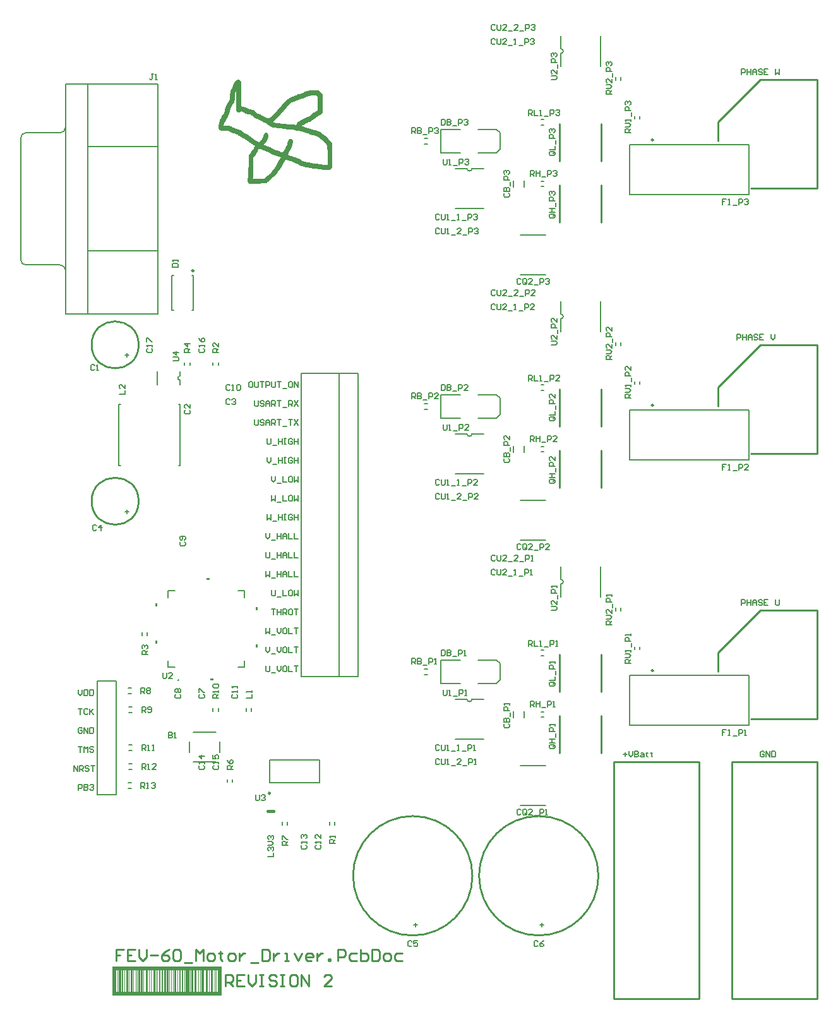
<source format=gto>
G04*
G04 #@! TF.GenerationSoftware,Altium Limited,Altium Designer,19.1.7 (138)*
G04*
G04 Layer_Color=65535*
%FSLAX25Y25*%
%MOIN*%
G70*
G01*
G75*
%ADD10C,0.00787*%
%ADD11C,0.00984*%
%ADD12C,0.00600*%
%ADD13C,0.01000*%
%ADD14C,0.01575*%
G36*
X431512Y293860D02*
Y292360D01*
X430512D01*
Y293860D01*
X431512D01*
D02*
G37*
G36*
Y313545D02*
Y312045D01*
X430512D01*
Y313545D01*
X431512D01*
D02*
G37*
G36*
X457734Y325988D02*
Y326988D01*
X459234D01*
Y325988D01*
X457734D01*
D02*
G37*
G36*
X459703Y274012D02*
Y273012D01*
X461203D01*
Y274012D01*
X459703D01*
D02*
G37*
G36*
X483488Y291892D02*
Y290392D01*
X484488D01*
Y291892D01*
X483488D01*
D02*
G37*
G36*
Y311577D02*
Y310077D01*
X484488D01*
Y311577D01*
X483488D01*
D02*
G37*
G36*
X465500Y106500D02*
X408000D01*
Y122000D01*
X465500D01*
Y106500D01*
D02*
G37*
G36*
X474830Y589860D02*
X475040Y589800D01*
X475070Y589770D01*
X475190Y589710D01*
X475370Y589590D01*
X475580Y589440D01*
X476000Y588960D01*
Y575910D01*
X476990Y575670D01*
X477080D01*
X477170Y575640D01*
X477290Y575610D01*
X477560Y575550D01*
X477860Y575460D01*
X477890D01*
X477920Y575430D01*
X478100Y575370D01*
X478280Y575280D01*
X478460Y575190D01*
X478490D01*
X478550Y575160D01*
X478730Y575040D01*
X478970Y574950D01*
X479180Y574890D01*
X479240D01*
X479360Y574830D01*
X479510Y574740D01*
X479720Y574560D01*
X479780Y574500D01*
X479870Y574470D01*
X479990Y574410D01*
X480170Y574320D01*
X480410Y574260D01*
X480710Y574200D01*
X481100Y574140D01*
X481250D01*
X481400Y574110D01*
X481580Y574080D01*
X482030Y573990D01*
X482240Y573930D01*
X482420Y573840D01*
X482450D01*
X482510Y573810D01*
X482630Y573720D01*
X482750Y573630D01*
X482960Y573510D01*
X483170Y573330D01*
X483410Y573090D01*
X483710Y572820D01*
X483740Y572790D01*
X483860Y572700D01*
X484010Y572550D01*
X484220Y572400D01*
X484700Y572100D01*
X484940Y571950D01*
X485180Y571860D01*
X485210D01*
X485300Y571830D01*
X485450Y571770D01*
X485660Y571710D01*
X485900Y571590D01*
X486230Y571470D01*
X486590Y571290D01*
X486980Y571080D01*
X487040Y571050D01*
X487160Y570990D01*
X487370Y570870D01*
X487610Y570750D01*
X488120Y570480D01*
X488360Y570330D01*
X488540Y570210D01*
X488570Y570180D01*
X488630Y570150D01*
X488780Y570060D01*
X488990Y570000D01*
X489650Y569760D01*
X489680D01*
X489740Y569730D01*
X489950Y569670D01*
X490190Y569610D01*
X490280Y569580D01*
X490400D01*
X490490Y569610D01*
X490610Y569670D01*
X490760Y569760D01*
X490790D01*
X490820Y569820D01*
X491000Y569910D01*
X491240Y570060D01*
X491510Y570210D01*
X491540Y570240D01*
X491600Y570300D01*
X491750Y570420D01*
X491960Y570600D01*
X492230Y570870D01*
X492440Y571080D01*
X492650Y571260D01*
X492860Y571500D01*
X493130Y571770D01*
X493430Y572100D01*
X493760Y572430D01*
X493790Y572460D01*
X493850Y572520D01*
X493940Y572610D01*
X494060Y572760D01*
X494240Y572940D01*
X494420Y573120D01*
X494870Y573600D01*
X495350Y574170D01*
X495890Y574770D01*
X496460Y575400D01*
X496970Y576030D01*
Y576060D01*
X497030Y576090D01*
X497180Y576270D01*
X497420Y576540D01*
X497720Y576900D01*
X498110Y577320D01*
X498560Y577800D01*
X499040Y578280D01*
X499550Y578790D01*
X499580Y578820D01*
X499610Y578850D01*
X499790Y579000D01*
X500030Y579240D01*
X500330Y579510D01*
X500660Y579780D01*
X500960Y580020D01*
X501260Y580230D01*
X501500Y580350D01*
X501530D01*
X501560Y580380D01*
X501680Y580410D01*
X501830Y580470D01*
X502040Y580560D01*
X502340Y580680D01*
X502700Y580800D01*
X503150Y580980D01*
X503180D01*
X503210Y581010D01*
X503390Y581070D01*
X503630Y581190D01*
X503990Y581340D01*
X504380Y581520D01*
X504830Y581730D01*
X505310Y581940D01*
X505820Y582180D01*
X505850D01*
X505970Y582210D01*
X506120Y582270D01*
X506360Y582330D01*
X506390D01*
X506420Y582360D01*
X506600Y582390D01*
X506840Y582420D01*
X507080Y582450D01*
X507140D01*
X507290Y582510D01*
X507530Y582570D01*
X507830Y582660D01*
X507860D01*
X507920Y582690D01*
X508100Y582780D01*
X508340Y582900D01*
X508580Y583050D01*
X508610Y583080D01*
X508700Y583110D01*
X508850Y583200D01*
X509000Y583290D01*
X509210Y583410D01*
X509450Y583500D01*
X509960Y583710D01*
X509990D01*
X510080Y583740D01*
X510200Y583800D01*
X510380Y583860D01*
X510740Y583950D01*
X511100Y583980D01*
X511160D01*
X511340Y584010D01*
X511520Y584040D01*
X511580Y584070D01*
X511640Y584100D01*
X511670Y584130D01*
X511700D01*
X511790Y584160D01*
X511880Y584190D01*
X512030Y584220D01*
X512210Y584250D01*
X512750D01*
X512960Y584280D01*
X516950D01*
X518840Y582000D01*
X518960Y572610D01*
X518420Y572040D01*
X518390Y572010D01*
X518270Y571890D01*
X518120Y571740D01*
X517940Y571590D01*
X517910Y571560D01*
X517820Y571470D01*
X517700Y571380D01*
X517610Y571320D01*
X517580D01*
X517550Y571290D01*
X517370Y571200D01*
X517100Y571080D01*
X516770Y570870D01*
X516740D01*
X516710Y570810D01*
X516500Y570690D01*
X516230Y570540D01*
X515960Y570390D01*
X515930D01*
X515870Y570330D01*
X515720Y570240D01*
X515510Y570090D01*
X515450Y570060D01*
X515330Y569940D01*
X515120Y569790D01*
X514850Y569580D01*
X514820Y569550D01*
X514700Y569460D01*
X514520Y569310D01*
X514310Y569130D01*
X514040Y568920D01*
X513740Y568710D01*
X513110Y568260D01*
X513080Y568230D01*
X512960Y568170D01*
X512810Y568080D01*
X512630Y567990D01*
X512150Y567750D01*
X511910Y567660D01*
X511670Y567570D01*
X511640D01*
X511550Y567540D01*
X511430Y567480D01*
X511220Y567390D01*
X510950Y567300D01*
X510620Y567120D01*
X510230Y566910D01*
X509750Y566670D01*
X509690Y566640D01*
X509540Y566550D01*
X509300Y566430D01*
X509030Y566280D01*
X508730Y566100D01*
X508430Y565920D01*
X508190Y565740D01*
X507980Y565590D01*
X507950Y565560D01*
X507860Y565470D01*
X507800Y565380D01*
Y565320D01*
X507890D01*
X507950Y565290D01*
X508400D01*
X508550Y565260D01*
X508760Y565230D01*
X509060Y565140D01*
X509090D01*
X509150Y565110D01*
X509210Y565080D01*
X509330Y565050D01*
X509600Y564930D01*
X509900Y564780D01*
X509930D01*
X509960Y564750D01*
X510170Y564690D01*
X510410Y564570D01*
X510680Y564480D01*
X510710D01*
X510740Y564450D01*
X510890Y564420D01*
X511040Y564360D01*
X511190Y564330D01*
X511220D01*
X511310Y564300D01*
X511490Y564270D01*
X511730Y564180D01*
X513680Y563610D01*
X513710D01*
X513770Y563580D01*
X513860Y563550D01*
X513980Y563520D01*
X514250Y563430D01*
X514550Y563370D01*
X514580D01*
X514670Y563340D01*
X514790Y563310D01*
X514970Y563280D01*
X515180Y563220D01*
X515420Y563160D01*
X515930Y562980D01*
X515960D01*
X516050Y562950D01*
X516200Y562890D01*
X516350Y562830D01*
X516770Y562650D01*
X517190Y562500D01*
X517220D01*
X517250Y562470D01*
X517400Y562380D01*
X517550Y562290D01*
X517670Y562260D01*
X517700D01*
X517790Y562230D01*
X517910Y562170D01*
X518060Y562050D01*
X518090Y562020D01*
X518210Y561900D01*
X518390Y561750D01*
X518600Y561540D01*
X518660Y561480D01*
X518780Y561360D01*
X518960Y561210D01*
X519140Y561030D01*
X519170Y561000D01*
X519290Y560940D01*
X519380Y560880D01*
X519470Y560850D01*
X519500D01*
X519560Y560790D01*
X519710Y560730D01*
X519890Y560610D01*
X520130Y560400D01*
X520460Y560130D01*
X520850Y559800D01*
X521330Y559350D01*
X521360D01*
X521390Y559290D01*
X521570Y559140D01*
X521810Y558900D01*
X522080Y558600D01*
X522410Y558300D01*
X522710Y557970D01*
X522950Y557670D01*
X523160Y557400D01*
Y557370D01*
X523190Y557310D01*
X523250Y557220D01*
X523340Y557130D01*
X523520Y556830D01*
X523760Y556560D01*
X523790Y556530D01*
X523820Y556500D01*
X523850Y556440D01*
X523880Y556290D01*
X523940Y556110D01*
Y555840D01*
X523970Y555480D01*
Y555420D01*
Y555360D01*
Y555240D01*
Y555090D01*
X524000Y554910D01*
Y554670D01*
Y554370D01*
Y554040D01*
Y553650D01*
X524030Y553200D01*
Y552660D01*
Y552090D01*
Y551430D01*
Y550710D01*
Y549900D01*
Y543510D01*
X522980Y542460D01*
X518990D01*
X518660Y542490D01*
X518210D01*
X518060Y542520D01*
X517880Y542550D01*
X517520Y542580D01*
X517310Y542640D01*
X517160Y542670D01*
X517130D01*
X517100Y542700D01*
X517010D01*
X516890Y542730D01*
X516590Y542790D01*
X516200Y542850D01*
X516110D01*
X515990Y542880D01*
X515870D01*
X515540Y542910D01*
X515150Y542940D01*
X515060D01*
X514970Y542970D01*
X514640D01*
X514460Y543000D01*
X513980Y543060D01*
X513950D01*
X513860Y543090D01*
X513740D01*
X513590Y543120D01*
X513200Y543180D01*
X512780Y543270D01*
X512750D01*
X512690Y543300D01*
X512600D01*
X512450Y543330D01*
X512120Y543420D01*
X511730Y543480D01*
X511700D01*
X511640Y543510D01*
X511550D01*
X511430Y543540D01*
X511190Y543570D01*
X510770D01*
X510560Y543600D01*
X510260Y543660D01*
X510230D01*
X510200Y543690D01*
X510020Y543750D01*
X509750Y543810D01*
X509450Y543900D01*
X509420D01*
X509390Y543930D01*
X509180Y543960D01*
X508940Y544050D01*
X508640Y544110D01*
X508580Y544140D01*
X508430Y544170D01*
X508250Y544200D01*
X507980D01*
X507830Y544230D01*
X507650Y544260D01*
X507530Y544350D01*
X507500Y544380D01*
X507440Y544440D01*
X507320Y544500D01*
X507140Y544530D01*
X507080D01*
X506960Y544590D01*
X506750Y544740D01*
X506630Y544830D01*
X506480Y544980D01*
X506450Y545010D01*
X506390Y545070D01*
X506270Y545160D01*
X506060Y545280D01*
X505820Y545430D01*
X505490Y545610D01*
X505100Y545790D01*
X504620Y546000D01*
X504560Y546030D01*
X504380Y546090D01*
X504110Y546210D01*
X503750Y546360D01*
X503300Y546510D01*
X502820Y546690D01*
X502280Y546870D01*
X501710Y547020D01*
X501680D01*
X501650Y547050D01*
X501470Y547110D01*
X501230Y547170D01*
X500930Y547260D01*
X500900D01*
X500870Y547290D01*
X500720Y547350D01*
X500510Y547410D01*
X500300Y547500D01*
X500270D01*
X500240Y547530D01*
X500090Y547620D01*
X499880Y547680D01*
X499670Y547710D01*
X499640D01*
X499580Y547680D01*
X499490Y547620D01*
X499400Y547560D01*
X499280Y547440D01*
X499130Y547260D01*
X498950Y547050D01*
X498920Y547020D01*
X498860Y546930D01*
X498770Y546780D01*
X498650Y546600D01*
X498470Y546330D01*
X498290Y546030D01*
X498080Y545670D01*
X497840Y545250D01*
X497210Y544080D01*
Y544050D01*
X497150Y543990D01*
X497060Y543780D01*
X496910Y543540D01*
X496850Y543450D01*
X496790Y543390D01*
X496730Y543330D01*
X496640Y543180D01*
X496490Y543000D01*
X496400Y542790D01*
Y542760D01*
X496340Y542700D01*
X496250Y542550D01*
X496100Y542340D01*
X494990Y540750D01*
X494510Y540030D01*
X494480Y540000D01*
X494390Y539880D01*
X494210Y539670D01*
X494090Y539520D01*
X493940Y539370D01*
X493910Y539340D01*
X493880Y539280D01*
X493790Y539190D01*
X493670Y539100D01*
X493370Y538800D01*
X492980Y538470D01*
X490070Y536010D01*
X490040Y535980D01*
X489950Y535920D01*
X489800Y535800D01*
X489650Y535710D01*
X489350Y535440D01*
X489200Y535350D01*
X489110Y535290D01*
X489080D01*
X488990Y535260D01*
X488930D01*
X488810Y535230D01*
X488630D01*
X488420Y535200D01*
X488180Y535170D01*
X487850D01*
X487490Y535140D01*
X486530D01*
X485930Y535110D01*
X480230D01*
X479750Y535590D01*
X479690Y535650D01*
X479600Y535770D01*
X479480Y535950D01*
X479390Y536160D01*
Y536190D01*
Y536220D01*
Y536310D01*
X479360Y536430D01*
Y536610D01*
Y536820D01*
Y537090D01*
X479390Y537420D01*
X479510Y538590D01*
X479630Y539700D01*
Y539730D01*
Y539790D01*
X479660Y539910D01*
Y540090D01*
X479690Y540360D01*
X479720Y540720D01*
Y541170D01*
X479750Y541740D01*
Y541770D01*
Y541830D01*
Y541920D01*
Y542040D01*
Y542190D01*
X479780Y542370D01*
Y542820D01*
Y543360D01*
X479810Y543990D01*
Y544680D01*
Y545430D01*
Y550230D01*
X480500Y550830D01*
X480530Y550890D01*
X480650Y551040D01*
X480830Y551250D01*
X481040Y551490D01*
Y551520D01*
X481100Y551550D01*
X481220Y551730D01*
X481340Y551940D01*
X481460Y552180D01*
X481490Y552240D01*
X481550Y552360D01*
X481670Y552540D01*
X481820Y552750D01*
X481850Y552810D01*
X481940Y552930D01*
X482060Y553050D01*
X482150Y553170D01*
X482180Y553200D01*
X482210Y553230D01*
X482330Y553410D01*
X482480Y553650D01*
X482510Y553770D01*
X482540Y553920D01*
Y553950D01*
Y553980D01*
X482600Y554190D01*
X482690Y554430D01*
X482840Y554700D01*
X483200Y555030D01*
X481490Y556050D01*
X481460Y556080D01*
X481340Y556140D01*
X481130Y556290D01*
X480830Y556470D01*
X480800Y556500D01*
X480740Y556530D01*
X480650Y556590D01*
X480530Y556680D01*
X480230Y556920D01*
X479870Y557220D01*
X479840Y557250D01*
X479780Y557310D01*
X479690Y557400D01*
X479540Y557490D01*
X479210Y557790D01*
X478760Y558090D01*
X478730Y558120D01*
X478670Y558150D01*
X478550Y558240D01*
X478400Y558330D01*
X478040Y558540D01*
X477680Y558720D01*
X477650D01*
X477590Y558750D01*
X477500Y558810D01*
X477410Y558870D01*
X477110Y559020D01*
X476780Y559200D01*
X476750D01*
X476720Y559230D01*
X476570Y559350D01*
X476390Y559440D01*
X476240Y559560D01*
X476210Y559590D01*
X476120Y559650D01*
X475970Y559770D01*
X475790Y559890D01*
X475520Y560070D01*
X475190Y560250D01*
X474800Y560460D01*
X474350Y560700D01*
X474290Y560730D01*
X474140Y560820D01*
X473900Y560940D01*
X473570Y561060D01*
X473210Y561240D01*
X472820Y561390D01*
X472400Y561540D01*
X472010Y561660D01*
X471980D01*
X471950Y561690D01*
X471860Y561720D01*
X471740Y561750D01*
X471410Y561870D01*
X471020Y562020D01*
X470990D01*
X470930Y562050D01*
X470840Y562110D01*
X470690Y562170D01*
X470390Y562320D01*
X470030Y562500D01*
X470000Y562530D01*
X469910Y562560D01*
X469760Y562620D01*
X469580Y562710D01*
X469160Y562860D01*
X468740Y562980D01*
X468710D01*
X468650Y563010D01*
X468500D01*
X468320Y563040D01*
X468080D01*
X467750Y563070D01*
X466100D01*
X465800Y563100D01*
X465230D01*
X465050Y563130D01*
X465020D01*
X464990Y563160D01*
X464840Y563190D01*
X464630Y563310D01*
X464420Y563490D01*
Y563520D01*
X464390Y563550D01*
X464270Y563700D01*
X464150Y563910D01*
X464060Y564120D01*
Y564150D01*
Y564180D01*
X464030Y564270D01*
Y564390D01*
Y564540D01*
Y564750D01*
Y564990D01*
Y565290D01*
Y565320D01*
Y565380D01*
X464060Y565500D01*
Y565650D01*
X464090Y565830D01*
Y566040D01*
X464180Y566520D01*
X464270Y567030D01*
X464390Y567570D01*
X464540Y568050D01*
X464750Y568470D01*
X465260Y569580D01*
Y569610D01*
X465320Y569670D01*
X465380Y569790D01*
X465440Y569910D01*
X465590Y570210D01*
X465740Y570510D01*
X466460Y571620D01*
X466490Y571680D01*
X466580Y571830D01*
X466700Y572040D01*
X466850Y572340D01*
X466970Y572670D01*
X467090Y573030D01*
X467180Y573390D01*
X467210Y573780D01*
Y573810D01*
Y573840D01*
X467240Y574020D01*
X467300Y574260D01*
X467390Y574500D01*
Y574530D01*
X467450Y574620D01*
X467480Y574740D01*
X467570Y574980D01*
X467780Y575610D01*
Y575640D01*
X467810Y575670D01*
X467840Y575850D01*
X467960Y576120D01*
X468140Y576480D01*
Y576510D01*
X468200Y576570D01*
X468260Y576690D01*
X468320Y576810D01*
X468530Y577140D01*
X468740Y577500D01*
X468770Y577560D01*
X468890Y577710D01*
X469040Y577950D01*
X469190Y578220D01*
X469400Y578550D01*
X469550Y578880D01*
X469700Y579180D01*
X469820Y579480D01*
Y579510D01*
X469850Y579630D01*
X469880Y579810D01*
X469940Y580080D01*
X469970Y580410D01*
X470030Y580830D01*
X470060Y581340D01*
X470090Y581940D01*
Y581970D01*
Y582000D01*
Y582180D01*
X470120Y582420D01*
Y582720D01*
X470150Y583020D01*
X470180Y583320D01*
Y583620D01*
X470210Y583830D01*
Y583860D01*
X470240Y583920D01*
X470300Y584130D01*
X470390Y584370D01*
X470540Y584580D01*
X470570Y584610D01*
X470600Y584670D01*
X470690Y584760D01*
X470780Y584910D01*
X470870Y585090D01*
X471020Y585330D01*
X471140Y585570D01*
X471290Y585870D01*
X471320Y585900D01*
X471350Y586020D01*
X471440Y586200D01*
X471530Y586440D01*
X471650Y586710D01*
X471770Y587010D01*
X472010Y587730D01*
Y587760D01*
X472040Y587820D01*
X472100Y587940D01*
X472160Y588060D01*
X472340Y588390D01*
X472580Y588810D01*
X472910Y589200D01*
X473300Y589530D01*
X473540Y589650D01*
X473780Y589770D01*
X474050Y589830D01*
X474350Y589860D01*
X474440D01*
X474620Y589890D01*
X474830Y589860D01*
D02*
G37*
%LPC*%
G36*
X463500Y120000D02*
X462859D01*
Y108500D01*
X463500D01*
Y120000D01*
D02*
G37*
G36*
X462539D02*
X462219D01*
Y108500D01*
X462539D01*
Y120000D01*
D02*
G37*
G36*
X461898D02*
X460937D01*
Y108500D01*
X461898D01*
Y120000D01*
D02*
G37*
G36*
X459976D02*
X459335D01*
Y108500D01*
X459976D01*
Y120000D01*
D02*
G37*
G36*
X459015D02*
X458374D01*
Y108500D01*
X459015D01*
Y120000D01*
D02*
G37*
G36*
X457413D02*
X456452D01*
Y108500D01*
X457413D01*
Y120000D01*
D02*
G37*
G36*
X456132D02*
X455812D01*
Y108500D01*
X456132D01*
Y120000D01*
D02*
G37*
G36*
X454850D02*
X454530D01*
Y108500D01*
X454850D01*
Y120000D01*
D02*
G37*
G36*
X454210D02*
X453569D01*
Y108500D01*
X454210D01*
Y120000D01*
D02*
G37*
G36*
X453249D02*
X452287D01*
Y108500D01*
X453249D01*
Y120000D01*
D02*
G37*
G36*
X451326D02*
X450686D01*
Y108500D01*
X451326D01*
Y120000D01*
D02*
G37*
G36*
X449725D02*
X449404D01*
Y108500D01*
X449725D01*
Y120000D01*
D02*
G37*
G36*
X449084D02*
X448764D01*
Y108500D01*
X449084D01*
Y120000D01*
D02*
G37*
G36*
X447802D02*
X447482D01*
Y108500D01*
X447802D01*
Y120000D01*
D02*
G37*
G36*
X446521D02*
X446201D01*
Y108500D01*
X446521D01*
Y120000D01*
D02*
G37*
G36*
X445880D02*
X445240D01*
Y108500D01*
X445880D01*
Y120000D01*
D02*
G37*
G36*
X444599D02*
X443958D01*
Y108500D01*
X444599D01*
Y120000D01*
D02*
G37*
G36*
X443317D02*
X442677D01*
Y108500D01*
X443317D01*
Y120000D01*
D02*
G37*
G36*
X442356D02*
X441716D01*
Y108500D01*
X442356D01*
Y120000D01*
D02*
G37*
G36*
X440755D02*
X440434D01*
Y108500D01*
X440755D01*
Y120000D01*
D02*
G37*
G36*
X440114D02*
X439153D01*
Y108500D01*
X440114D01*
Y120000D01*
D02*
G37*
G36*
X438832D02*
X438192D01*
Y108500D01*
X438832D01*
Y120000D01*
D02*
G37*
G36*
X437871D02*
X437551D01*
Y108500D01*
X437871D01*
Y120000D01*
D02*
G37*
G36*
X436590D02*
X436270D01*
Y108500D01*
X436590D01*
Y120000D01*
D02*
G37*
G36*
X435308D02*
X434668D01*
Y108500D01*
X435308D01*
Y120000D01*
D02*
G37*
G36*
X434027D02*
X433386D01*
Y108500D01*
X434027D01*
Y120000D01*
D02*
G37*
G36*
X432746D02*
X432105D01*
Y108500D01*
X432746D01*
Y120000D01*
D02*
G37*
G36*
X431784D02*
X431144D01*
Y108500D01*
X431784D01*
Y120000D01*
D02*
G37*
G36*
X430823D02*
X430503D01*
Y108500D01*
X430823D01*
Y120000D01*
D02*
G37*
G36*
X429542D02*
X428581D01*
Y108500D01*
X429542D01*
Y120000D01*
D02*
G37*
G36*
X428261D02*
X427620D01*
Y108500D01*
X428261D01*
Y120000D01*
D02*
G37*
G36*
X427299D02*
X426659D01*
Y108500D01*
X427299D01*
Y120000D01*
D02*
G37*
G36*
X425698D02*
X424737D01*
Y108500D01*
X425698D01*
Y120000D01*
D02*
G37*
G36*
X424416D02*
X424096D01*
Y108500D01*
X424416D01*
Y120000D01*
D02*
G37*
G36*
X423135D02*
X422494D01*
Y108500D01*
X423135D01*
Y120000D01*
D02*
G37*
G36*
X421533D02*
X421213D01*
Y108500D01*
X421533D01*
Y120000D01*
D02*
G37*
G36*
X420892D02*
X420572D01*
Y108500D01*
X420892D01*
Y120000D01*
D02*
G37*
G36*
X420252D02*
X419290D01*
Y108500D01*
X420252D01*
Y120000D01*
D02*
G37*
G36*
X418970D02*
X418650D01*
Y108500D01*
X418970D01*
Y120000D01*
D02*
G37*
G36*
X417689D02*
X417048D01*
Y108500D01*
X417689D01*
Y120000D01*
D02*
G37*
G36*
X416728D02*
X416407D01*
Y108500D01*
X416728D01*
Y120000D01*
D02*
G37*
G36*
X415446D02*
X414485D01*
Y108500D01*
X415446D01*
Y120000D01*
D02*
G37*
G36*
X414165D02*
X413524D01*
Y108500D01*
X414165D01*
Y120000D01*
D02*
G37*
G36*
X412883D02*
X412563D01*
Y108500D01*
X412883D01*
Y120000D01*
D02*
G37*
G36*
X411281D02*
X410961D01*
Y108500D01*
X411281D01*
Y120000D01*
D02*
G37*
G36*
X410641D02*
X410000D01*
Y108500D01*
X410641D01*
Y120000D01*
D02*
G37*
G36*
X515720Y581760D02*
X514190Y581700D01*
X514040D01*
X513860Y581670D01*
X513620Y581640D01*
X513350Y581610D01*
X513020Y581580D01*
X512660Y581520D01*
X512300Y581460D01*
X511490Y581280D01*
X510680Y581070D01*
X510290Y580920D01*
X509930Y580740D01*
X509630Y580560D01*
X509330Y580350D01*
X509300Y580320D01*
X509240Y580290D01*
X509090Y580200D01*
X508880Y580140D01*
X508820D01*
X508670Y580080D01*
X508460Y580020D01*
X508160Y579960D01*
X508100D01*
X508010Y579930D01*
X507890Y579900D01*
X507590Y579840D01*
X507230Y579750D01*
X507200D01*
X507140Y579720D01*
X507050Y579690D01*
X506960Y579660D01*
X506690Y579540D01*
X506420Y579420D01*
X504650Y578730D01*
X503900Y578370D01*
X503870D01*
X503840Y578340D01*
X503660Y578250D01*
X503390Y578160D01*
X503120Y578040D01*
X503060Y578010D01*
X502910Y577980D01*
X502760Y577920D01*
X502610Y577890D01*
X502580D01*
X502550Y577860D01*
X502460Y577830D01*
X502310Y577770D01*
X502160Y577650D01*
X501920Y577500D01*
X501650Y577290D01*
X501350Y577020D01*
X501320Y576990D01*
X501200Y576900D01*
X501050Y576720D01*
X500870Y576540D01*
X500450Y576090D01*
X500270Y575850D01*
X500090Y575610D01*
X500060Y575580D01*
X500000Y575490D01*
X499880Y575340D01*
X499700Y575100D01*
X499400Y574770D01*
X499220Y574560D01*
X499010Y574320D01*
X498770Y574020D01*
X498470Y573720D01*
X498170Y573390D01*
X497810Y573000D01*
X497780Y572970D01*
X497720Y572910D01*
X497630Y572790D01*
X497480Y572640D01*
X497300Y572460D01*
X497090Y572220D01*
X496850Y571980D01*
X496610Y571680D01*
X496010Y571050D01*
X495350Y570360D01*
X494660Y569610D01*
X493940Y568860D01*
X492710Y567510D01*
X493160Y567360D01*
X493190D01*
X493250Y567330D01*
X493340Y567300D01*
X493430Y567270D01*
X493580Y567240D01*
X493760Y567210D01*
X494000Y567180D01*
X494270Y567120D01*
X494570Y567060D01*
X494960Y567000D01*
X495380Y566970D01*
X495890Y566910D01*
X496460Y566820D01*
X497090Y566760D01*
X497780Y566700D01*
X499130Y566580D01*
X499250D01*
X499370Y566550D01*
X499520D01*
X499880Y566490D01*
X500030Y566460D01*
X500180Y566430D01*
X500240D01*
X500330Y566400D01*
X500450Y566370D01*
X500750Y566340D01*
X501140Y566280D01*
X501530D01*
X501890Y566250D01*
X502310D01*
X503420Y566190D01*
X503510D01*
X503600Y566160D01*
X503720D01*
X503960Y566130D01*
X504200D01*
X504260Y566100D01*
X504470Y566040D01*
X504710Y566010D01*
X504920D01*
X505010Y566070D01*
X505100Y566190D01*
X505190Y566340D01*
Y566370D01*
X505220Y566400D01*
X505280Y566580D01*
X505310Y566760D01*
X505340Y566940D01*
Y566970D01*
X505400Y567060D01*
X505490Y567180D01*
X505670Y567390D01*
X505790Y567480D01*
X505940Y567630D01*
X506150Y567780D01*
X506390Y567930D01*
X506660Y568110D01*
X506960Y568290D01*
X507320Y568500D01*
X507740Y568710D01*
X509000Y569340D01*
X509690Y569760D01*
X509720D01*
X509750Y569790D01*
X509960Y569910D01*
X510200Y570000D01*
X510470Y570060D01*
X510530D01*
X510650Y570090D01*
X510770Y570150D01*
X510920Y570210D01*
X511130Y570300D01*
X511370Y570420D01*
X511640Y570570D01*
X511670Y570600D01*
X511790Y570660D01*
X511940Y570750D01*
X512150Y570900D01*
X512390Y571080D01*
X512660Y571290D01*
X512960Y571530D01*
X513260Y571800D01*
X513980Y572400D01*
X514010Y572430D01*
X514130Y572520D01*
X514250Y572580D01*
X514340Y572610D01*
X514370D01*
X514430Y572640D01*
X514550Y572700D01*
X514730Y572790D01*
X515420Y573210D01*
X516440Y573780D01*
X516380Y577320D01*
Y577350D01*
Y577410D01*
Y577530D01*
Y577680D01*
Y577860D01*
X516350Y578070D01*
Y578550D01*
X516320Y579060D01*
Y579570D01*
X516290Y580020D01*
X516260Y580200D01*
Y580350D01*
Y580380D01*
Y580470D01*
X516230Y580620D01*
X516200Y580770D01*
X516140Y581070D01*
X516080Y581190D01*
X516020Y581280D01*
X515720Y581760D01*
D02*
G37*
G36*
X473420Y583860D02*
X473060Y583530D01*
X473030Y583500D01*
X472940Y583380D01*
X472820Y583170D01*
X472760Y582870D01*
Y582840D01*
Y582780D01*
Y582660D01*
X472730Y582480D01*
Y582240D01*
X472700Y581910D01*
Y581550D01*
X472670Y581070D01*
Y581040D01*
Y581010D01*
Y580920D01*
X472640Y580800D01*
X472610Y580530D01*
X472580Y580170D01*
X472550Y579750D01*
X472490Y579360D01*
X472430Y578940D01*
X472340Y578580D01*
Y578550D01*
X472310Y578430D01*
X472250Y578280D01*
X472190Y578070D01*
X471980Y577620D01*
X471860Y577410D01*
X471710Y577200D01*
X471680Y577170D01*
X471590Y577050D01*
X471470Y576870D01*
X471320Y576600D01*
X471110Y576270D01*
X470900Y575880D01*
X470660Y575400D01*
X470420Y574890D01*
Y574860D01*
X470390Y574830D01*
X470330Y574650D01*
X470210Y574380D01*
X470120Y574050D01*
X470000Y573690D01*
X469880Y573300D01*
X469820Y572910D01*
X469790Y572550D01*
Y572520D01*
X469760Y572400D01*
X469700Y572190D01*
X469580Y571890D01*
Y571860D01*
X469550Y571800D01*
X469490Y571710D01*
X469460Y571620D01*
X469310Y571320D01*
X469130Y570990D01*
Y570960D01*
X469100Y570930D01*
X469040Y570840D01*
X468980Y570720D01*
X468830Y570450D01*
X468650Y570090D01*
X468410Y569640D01*
X468170Y569190D01*
X467930Y568710D01*
X467690Y568260D01*
X467660Y568200D01*
X467600Y568080D01*
X467480Y567870D01*
X467390Y567600D01*
X467120Y567060D01*
X467030Y566820D01*
X466970Y566640D01*
X466790Y565950D01*
Y565920D01*
Y565860D01*
X466880Y565770D01*
X466940Y565740D01*
X467060Y565710D01*
X467120D01*
X467240Y565680D01*
X467360D01*
X467570Y565650D01*
X467810D01*
X468140Y565620D01*
X468530Y565590D01*
X468710D01*
X468920Y565560D01*
X469160D01*
X469670Y565500D01*
X469910Y565470D01*
X470120Y565440D01*
X470150D01*
X470210Y565410D01*
X470300D01*
X470390Y565380D01*
X470660Y565290D01*
X470930Y565140D01*
X470960D01*
X470990Y565110D01*
X471140Y565020D01*
X471410Y564900D01*
X471710Y564720D01*
X471740D01*
X471800Y564690D01*
X471890Y564630D01*
X472010Y564600D01*
X472310Y564480D01*
X472670Y564360D01*
X474170Y563760D01*
X474200D01*
X474260Y563730D01*
X474350Y563700D01*
X474470Y563670D01*
X474740Y563580D01*
X475070Y563490D01*
X475100Y563460D01*
X475220Y563400D01*
X475400Y563280D01*
X475640Y563130D01*
X476930Y562320D01*
X476960D01*
X476990Y562260D01*
X477200Y562140D01*
X477440Y561960D01*
X477710Y561780D01*
X477740Y561750D01*
X477800Y561690D01*
X477920Y561630D01*
X478100Y561510D01*
X478160Y561480D01*
X478280Y561420D01*
X478460Y561360D01*
X478670Y561270D01*
X478730D01*
X478850Y561210D01*
X479030Y561120D01*
X479270Y561000D01*
X479300D01*
X479330Y560970D01*
X479480Y560880D01*
X479690Y560730D01*
X479870Y560550D01*
X479900Y560520D01*
X479930Y560490D01*
X480110Y560310D01*
X480350Y560130D01*
X480440Y560040D01*
X480530Y560010D01*
X480560D01*
X480620Y559980D01*
X480710Y559920D01*
X480830Y559860D01*
X480980Y559770D01*
X481160Y559620D01*
X481400Y559440D01*
X481460Y559410D01*
X481610Y559290D01*
X481820Y559110D01*
X482120Y558870D01*
X482480Y558630D01*
X482900Y558330D01*
X483350Y558060D01*
X483830Y557760D01*
X483860D01*
X483890Y557730D01*
X484040Y557640D01*
X484280Y557550D01*
X484520Y557400D01*
X484820Y557280D01*
X485090Y557190D01*
X485330Y557100D01*
X485480D01*
X485510Y557130D01*
X485600Y557220D01*
X485750Y557400D01*
X485960Y557610D01*
X486890Y558690D01*
X486920Y558720D01*
X486950Y558750D01*
X487100Y558930D01*
X487250Y559170D01*
X487400Y559410D01*
Y559440D01*
X487430Y559470D01*
X487490Y559620D01*
X487550Y559890D01*
X487610Y560190D01*
Y560220D01*
Y560250D01*
X487640Y560340D01*
X487670Y560460D01*
X487730Y560730D01*
X487880Y561060D01*
X488060Y561360D01*
X488300Y561660D01*
X488630Y561870D01*
X488840Y561930D01*
X489050Y561960D01*
X489110D01*
X489320Y561930D01*
X489560Y561810D01*
X489710Y561750D01*
X489830Y561630D01*
X489950Y561510D01*
X490070Y561330D01*
X490190Y561120D01*
X490250Y560880D01*
X490310Y560580D01*
Y560220D01*
X490280Y559830D01*
X490190Y559380D01*
Y559350D01*
X490160Y559260D01*
X490130Y559140D01*
X490100Y558960D01*
X489950Y558570D01*
X489770Y558150D01*
Y558120D01*
X489710Y558060D01*
X489620Y557940D01*
X489530Y557760D01*
X489380Y557580D01*
X489170Y557340D01*
X488930Y557040D01*
X488660Y556740D01*
X487670Y555570D01*
X488060Y555510D01*
X488090D01*
X488240Y555450D01*
X488420Y555390D01*
X488660Y555270D01*
X489470Y554940D01*
X489500D01*
X489530Y554910D01*
X489740Y554820D01*
X490010Y554700D01*
X490310Y554580D01*
X490340D01*
X490400Y554550D01*
X490580Y554490D01*
X490790Y554430D01*
X491000Y554400D01*
X491030D01*
X491090Y554370D01*
X491180Y554340D01*
X491330Y554280D01*
X491570Y554160D01*
X491720Y554070D01*
X491810Y553980D01*
X491840Y553950D01*
X491960Y553860D01*
X492140Y553740D01*
X492350Y553650D01*
X492920Y553350D01*
X492950D01*
X492980Y553320D01*
X493070Y553260D01*
X493190Y553200D01*
X493460Y553050D01*
X493790Y552900D01*
X493820D01*
X493880Y552870D01*
X494060Y552810D01*
X494300Y552720D01*
X494510Y552690D01*
X494600D01*
X494720Y552660D01*
X494930Y552600D01*
X495170Y552510D01*
X495530Y552360D01*
X495950Y552180D01*
X496490Y551940D01*
X496520D01*
X496580Y551910D01*
X496670Y551880D01*
X496790Y551850D01*
X497120Y551730D01*
X497510Y551640D01*
X497570D01*
X497690Y551610D01*
X497840Y551640D01*
X497930Y551700D01*
X498020Y551790D01*
X498080Y551850D01*
X498140Y551940D01*
X498230Y552060D01*
X498350Y552240D01*
X498530Y552480D01*
X498740Y552780D01*
X498980Y553170D01*
X499010Y553200D01*
X499040Y553290D01*
X499100Y553410D01*
X499190Y553560D01*
X499310Y553770D01*
X499430Y554010D01*
X499670Y554550D01*
X499940Y555150D01*
X500180Y555780D01*
X500330Y556380D01*
X500390Y556650D01*
X500420Y556920D01*
Y556950D01*
Y556980D01*
X500450Y557100D01*
X500480Y557250D01*
X500570Y557370D01*
X500600Y557400D01*
X500660Y557460D01*
X500690Y557580D01*
X500720Y557730D01*
Y557760D01*
X500750Y557790D01*
X500810Y557940D01*
X500930Y558180D01*
X501140Y558420D01*
X501170Y558450D01*
X501200Y558480D01*
X501410Y558600D01*
X501680Y558690D01*
X501830Y558750D01*
X502070D01*
X502220Y558720D01*
X502430Y558660D01*
X502670Y558570D01*
X502880Y558390D01*
X503090Y558120D01*
X503180Y557940D01*
X503240Y557730D01*
X503300Y557490D01*
Y557220D01*
Y557190D01*
Y557160D01*
Y557010D01*
X503270Y556800D01*
X503240Y556590D01*
Y556560D01*
X503210Y556440D01*
X503150Y556320D01*
X503090Y556230D01*
Y556200D01*
X503030Y556140D01*
Y556050D01*
X503000Y555960D01*
X502970Y555810D01*
Y555630D01*
Y555600D01*
Y555540D01*
X502940Y555360D01*
X502880Y555120D01*
X502850Y555030D01*
X502790Y554970D01*
X502760Y554940D01*
X502730Y554880D01*
X502700Y554790D01*
X502670Y554610D01*
Y554550D01*
X502640Y554400D01*
X502580Y554160D01*
X502430Y553800D01*
Y553770D01*
X502400Y553710D01*
X502340Y553620D01*
X502280Y553500D01*
X502100Y553170D01*
X501890Y552810D01*
X501020Y551400D01*
Y551370D01*
X500960Y551310D01*
X500900Y551190D01*
X500840Y551070D01*
X500690Y550770D01*
X500630Y550650D01*
X500570Y550530D01*
Y550500D01*
Y550410D01*
X500600Y550320D01*
X500660Y550290D01*
X500720Y550260D01*
X500780D01*
X500900Y550200D01*
X501140Y550110D01*
X501470Y549930D01*
X501500D01*
X501560Y549900D01*
X501650Y549840D01*
X501770Y549810D01*
X502040Y549690D01*
X502250Y549660D01*
X502280D01*
X502340Y549630D01*
X502460D01*
X502640Y549570D01*
X502880Y549510D01*
X503180Y549420D01*
X503570Y549270D01*
X504050Y549120D01*
X504080D01*
X504110Y549090D01*
X504290Y549030D01*
X504560Y548970D01*
X504890Y548850D01*
X505250Y548700D01*
X505640Y548550D01*
X506030Y548400D01*
X506420Y548250D01*
X506450D01*
X506480Y548220D01*
X506660Y548100D01*
X506900Y547950D01*
X507170Y547800D01*
X507200D01*
X507230Y547770D01*
X507380Y547680D01*
X507530Y547560D01*
X507650Y547440D01*
X507680D01*
X507710Y547380D01*
X507860Y547290D01*
X508040Y547170D01*
X508250Y547110D01*
X508310D01*
X508400Y547080D01*
X508520Y547020D01*
X508640Y546930D01*
X508670Y546900D01*
X508760Y546870D01*
X508940Y546810D01*
X509060Y546780D01*
X509360D01*
X509510Y546750D01*
X509750Y546690D01*
X509780D01*
X509810Y546660D01*
X509960Y546630D01*
X510200Y546540D01*
X510440Y546450D01*
X510470D01*
X510500Y546420D01*
X510680Y546360D01*
X510920Y546300D01*
X511250Y546210D01*
X511340D01*
X511430Y546180D01*
X511550D01*
X511820Y546150D01*
X512360D01*
X512510Y546120D01*
X512870Y546090D01*
X513020Y546030D01*
X513110Y545970D01*
X513170Y545940D01*
X513230Y545910D01*
X513350Y545850D01*
X513500Y545820D01*
X513710Y545760D01*
X513980Y545700D01*
X514310Y545640D01*
X514370D01*
X514490Y545610D01*
X514670Y545580D01*
X514940D01*
X515240Y545550D01*
X515600Y545520D01*
X516380Y545490D01*
X516710D01*
X517010Y545460D01*
X517370Y545430D01*
X517460D01*
X517670Y545400D01*
X517910Y545340D01*
X518120Y545280D01*
X518180D01*
X518300Y545220D01*
X518540Y545160D01*
X518900Y545100D01*
X518990D01*
X519110Y545070D01*
X519260D01*
X519440Y545040D01*
X519650D01*
X520130Y545010D01*
X521480D01*
Y549990D01*
Y550020D01*
Y550140D01*
Y550290D01*
Y550500D01*
Y550740D01*
Y551040D01*
Y551670D01*
Y552390D01*
Y553080D01*
X521450Y553380D01*
Y553680D01*
Y553950D01*
Y554160D01*
Y554220D01*
Y554340D01*
X521420Y554490D01*
Y554700D01*
X521390Y554880D01*
X521360Y555060D01*
X521300Y555180D01*
X521240Y555210D01*
X521210Y555240D01*
X521150Y555360D01*
X521060Y555540D01*
X521000Y555720D01*
X520970Y555780D01*
X520940Y555870D01*
X520850Y555960D01*
X520730Y556140D01*
X520550Y556350D01*
X520310Y556590D01*
X520010Y556920D01*
X519980Y556950D01*
X519860Y557070D01*
X519680Y557250D01*
X519470Y557460D01*
X519230Y557700D01*
X518960Y557940D01*
X518690Y558180D01*
X518420Y558390D01*
X517760Y558780D01*
X517190Y559320D01*
X517160Y559350D01*
X517100Y559380D01*
X516980Y559470D01*
X516830Y559590D01*
X516620Y559710D01*
X516350Y559860D01*
X516050Y560010D01*
X515690Y560160D01*
X515660Y560190D01*
X515510Y560220D01*
X515330Y560310D01*
X515060Y560400D01*
X514760Y560520D01*
X514400Y560610D01*
X513680Y560790D01*
X512780Y561030D01*
X511790Y561360D01*
X511760D01*
X511700Y561390D01*
X511640Y561420D01*
X511520Y561480D01*
X511220Y561570D01*
X510920Y561660D01*
X510890D01*
X510860Y561690D01*
X510680Y561720D01*
X510500Y561750D01*
X510320Y561780D01*
X510290D01*
X510200Y561810D01*
X510050Y561840D01*
X509840Y561900D01*
X509780Y561930D01*
X509630Y561990D01*
X509420Y562080D01*
X509150Y562200D01*
X509090Y562230D01*
X509000Y562260D01*
X508910Y562320D01*
X508610Y562410D01*
X508190Y562530D01*
X508160D01*
X508100Y562560D01*
X507980Y562590D01*
X507800Y562650D01*
X507620Y562680D01*
X507410Y562740D01*
X506930Y562830D01*
X505460Y563070D01*
X504050Y563370D01*
X504020D01*
X503960Y563400D01*
X503840Y563430D01*
X503660Y563460D01*
X503480Y563520D01*
X503240Y563550D01*
X502730Y563640D01*
X502700D01*
X502610Y563670D01*
X502460D01*
X502310Y563700D01*
X501890Y563730D01*
X500720D01*
X500270Y563760D01*
X500180D01*
X500060Y563790D01*
X499910D01*
X499610Y563850D01*
X499280Y563880D01*
X499220D01*
X499130Y563910D01*
X499010D01*
X498860Y563940D01*
X498680Y563970D01*
X498440D01*
X498200Y564000D01*
X496850Y564180D01*
X496730D01*
X496610Y564210D01*
X496430D01*
X496220Y564240D01*
X495980Y564270D01*
X495440Y564330D01*
X494840Y564390D01*
X494240Y564480D01*
X493670Y564540D01*
X493400Y564600D01*
X493160Y564630D01*
X493100D01*
X492980Y564660D01*
X492770Y564720D01*
X492560Y564750D01*
X492320Y564840D01*
X492080Y564900D01*
X491900Y564960D01*
X491780Y565050D01*
X491750Y565080D01*
X491660Y565170D01*
X491540Y565260D01*
X491390Y565320D01*
X491360D01*
X491300Y565350D01*
X491240Y565380D01*
X491120Y565440D01*
X491000Y565530D01*
X490820Y565650D01*
X490580Y565800D01*
X490550Y565830D01*
X490490Y565890D01*
X490370Y565950D01*
X490220Y566070D01*
X489890Y566340D01*
X489560Y566610D01*
X489530Y566640D01*
X489500Y566670D01*
X489350Y566820D01*
X489140Y566940D01*
X489050Y567000D01*
X488960Y567030D01*
X488930D01*
X488840Y567060D01*
X488690Y567120D01*
X488480Y567180D01*
X487940Y567420D01*
X486950Y567990D01*
X486890Y568020D01*
X486770Y568080D01*
X486560Y568200D01*
X486320Y568350D01*
X486020Y568500D01*
X485690Y568650D01*
X485000Y568980D01*
X484970Y569010D01*
X484850Y569040D01*
X484700Y569130D01*
X484520Y569190D01*
X484160Y569370D01*
X483980Y569430D01*
X483860Y569460D01*
X483830D01*
X483710Y569490D01*
X483530Y569580D01*
X483260Y569730D01*
X483230D01*
X483200Y569790D01*
X483110Y569850D01*
X482990Y569940D01*
X482720Y570150D01*
X482390Y570450D01*
X482360Y570480D01*
X482270Y570570D01*
X482120Y570690D01*
X481970Y570840D01*
X481580Y571110D01*
X481400Y571230D01*
X481250Y571320D01*
X481190Y571350D01*
X481100Y571380D01*
X481010Y571410D01*
X480860Y571470D01*
X480680Y571500D01*
X480440Y571530D01*
X480200Y571560D01*
X480080D01*
X479960Y571590D01*
X479810Y571620D01*
X479420Y571680D01*
X479060Y571800D01*
X479030D01*
X479000Y571830D01*
X478910Y571890D01*
X478790Y571950D01*
X478460Y572100D01*
X478040Y572340D01*
X477980Y572370D01*
X477860Y572430D01*
X477680Y572550D01*
X477440Y572670D01*
X476900Y572940D01*
X476630Y573030D01*
X476390Y573120D01*
X476360D01*
X476300Y573150D01*
X475940D01*
X475790Y573120D01*
X475640Y573030D01*
X475520Y572940D01*
X475460Y572880D01*
X475310Y572790D01*
X475070Y572670D01*
X474890Y572640D01*
X474710Y572610D01*
X474620D01*
X474530Y572640D01*
X474410Y572670D01*
X474110Y572760D01*
X473960Y572850D01*
X473840Y572970D01*
X473420Y573330D01*
Y583860D01*
D02*
G37*
G36*
X485630Y553380D02*
X485570D01*
X485390Y553350D01*
X485210Y553260D01*
X485120Y553200D01*
X485090Y553080D01*
Y553020D01*
X485030Y552870D01*
X484940Y552690D01*
X484790Y552480D01*
X484760Y552450D01*
X484700Y552360D01*
X484610Y552240D01*
X484490Y552060D01*
X484250Y551580D01*
Y551550D01*
X484220Y551490D01*
X484160Y551370D01*
X484100Y551250D01*
X483920Y550950D01*
X483740Y550620D01*
Y550590D01*
X483710Y550560D01*
X483650Y550470D01*
X483560Y550350D01*
X483350Y550050D01*
X483020Y549660D01*
X482450Y548940D01*
X482330Y543570D01*
X482270Y539760D01*
Y539730D01*
Y539700D01*
Y539490D01*
X482240Y539220D01*
Y538920D01*
X482210Y538590D01*
X482180Y538290D01*
X482120Y538050D01*
Y537990D01*
X482090Y537930D01*
Y537900D01*
Y537840D01*
X482120Y537780D01*
X482210Y537750D01*
X482330Y537720D01*
X482480Y537690D01*
X482750D01*
X483020Y537660D01*
X484370D01*
X484730Y537690D01*
X486890D01*
X487250Y537720D01*
X487670D01*
X487760Y537750D01*
X487910D01*
X488150Y537810D01*
X488240Y537870D01*
X488300Y537930D01*
X488330Y537960D01*
X488420Y538020D01*
X488540Y538110D01*
X488690Y538140D01*
X488720D01*
X488810Y538200D01*
X488960Y538320D01*
X489020Y538410D01*
X489110Y538530D01*
X489140Y538560D01*
X489230Y538680D01*
X489410Y538830D01*
X489530Y538950D01*
X489680Y539070D01*
X489710Y539100D01*
X489770Y539130D01*
X489860Y539220D01*
X489980Y539310D01*
X490280Y539580D01*
X490670Y539880D01*
X490700Y539910D01*
X490760Y539970D01*
X490880Y540060D01*
X491000Y540150D01*
X491330Y540450D01*
X491660Y540780D01*
X491690Y540810D01*
X491720Y540840D01*
X491900Y541020D01*
X492080Y541260D01*
X492170Y541350D01*
X492230Y541440D01*
Y541470D01*
X492260Y541530D01*
X492380Y541680D01*
X492470Y541890D01*
X492530Y541950D01*
X492590Y542010D01*
X492620Y542040D01*
X492710Y542130D01*
X492770Y542190D01*
X492830Y542310D01*
X492950Y542430D01*
X493070Y542610D01*
X493100Y542640D01*
X493130Y542700D01*
X493220Y542850D01*
X493370Y543030D01*
X493520Y543270D01*
X493730Y543600D01*
X493940Y543960D01*
X494210Y544380D01*
X495740Y547080D01*
Y547110D01*
X495770Y547140D01*
X495890Y547320D01*
X496010Y547500D01*
X496160Y547650D01*
X496190Y547710D01*
X496280Y547830D01*
X496370Y547980D01*
X496430Y548160D01*
Y548190D01*
X496460Y548280D01*
X496550Y548400D01*
X496670Y548550D01*
X496700D01*
X496730Y548580D01*
X496850Y548700D01*
X496880Y548760D01*
X496850Y548850D01*
X496760Y548940D01*
X496610Y549030D01*
X496580D01*
X496490Y549090D01*
X496310Y549150D01*
X496190Y549210D01*
X496040Y549270D01*
X495860Y549330D01*
X495620Y549420D01*
X495380Y549510D01*
X495080Y549600D01*
X494750Y549720D01*
X494390Y549840D01*
X493970Y549960D01*
X493520Y550110D01*
X493490D01*
X493430Y550140D01*
X493310Y550170D01*
X493130Y550230D01*
X492950Y550320D01*
X492740Y550380D01*
X492260Y550590D01*
X492230D01*
X492170Y550650D01*
X492050Y550710D01*
X491900Y550770D01*
X491570Y550920D01*
X491270Y551100D01*
X491210Y551130D01*
X491060Y551250D01*
X490820Y551400D01*
X490550Y551550D01*
X490490Y551580D01*
X490340Y551670D01*
X490160Y551760D01*
X489980Y551820D01*
X489950D01*
X489830Y551880D01*
X489650Y551910D01*
X489410Y552000D01*
X488720Y552300D01*
X488690Y552330D01*
X488600Y552360D01*
X488420Y552450D01*
X488210Y552540D01*
X487970Y552660D01*
X487670Y552780D01*
X487040Y553020D01*
X487010Y553050D01*
X486890Y553080D01*
X486740Y553140D01*
X486530Y553200D01*
X486080Y553320D01*
X485840Y553350D01*
X485630Y553380D01*
D02*
G37*
%LPD*%
D10*
X362303Y561929D02*
G03*
X359567Y559193I0J-2736D01*
G01*
X380433Y561949D02*
G03*
X383169Y564685I0J2736D01*
G01*
X359567Y494902D02*
G03*
X362303Y492165I2736J0D01*
G01*
X383169Y489409D02*
G03*
X380433Y492146I-2736J0D01*
G01*
X443500Y433500D02*
G03*
X443500Y431500I0J-1000D01*
G01*
X595226Y263000D02*
G03*
X597726Y263000I1250J0D01*
G01*
X644658Y323750D02*
G03*
X644658Y326250I0J1250D01*
G01*
X595226Y403000D02*
G03*
X597726Y403000I1250J0D01*
G01*
X644658Y463750D02*
G03*
X644658Y466250I0J1250D01*
G01*
Y603750D02*
G03*
X644658Y606250I0J1250D01*
G01*
X595226Y543000D02*
G03*
X597726Y543000I1250J0D01*
G01*
X362323Y561949D02*
X380433D01*
X362323Y492146D02*
X380433D01*
X395000Y499488D02*
X432008D01*
X383189Y466417D02*
Y587677D01*
X395000Y554606D02*
X432008D01*
X432008Y466417D02*
Y587677D01*
X359567Y494902D02*
Y559193D01*
X383189Y466417D02*
X432008D01*
X383189Y587677D02*
X432008D01*
X395000Y466417D02*
Y587677D01*
X450709Y468445D02*
Y486555D01*
X439291Y468445D02*
Y486555D01*
X449823D02*
X450709D01*
X449823Y468445D02*
X450709D01*
X439291Y486555D02*
X440177D01*
X439291Y468445D02*
X440177D01*
X411358Y386358D02*
X412146D01*
X411358Y418642D02*
X412146D01*
X442854Y386358D02*
X443642D01*
X442854Y418642D02*
X443642D01*
X411358Y386358D02*
Y418642D01*
X443642Y386358D02*
Y418642D01*
X461122Y439213D02*
Y440787D01*
X463878Y439213D02*
Y440787D01*
X448878Y439213D02*
Y440787D01*
X446122Y439213D02*
Y440787D01*
X431500Y429000D02*
Y436000D01*
X443500Y433500D02*
Y436000D01*
Y429000D02*
Y431500D01*
X450500Y245500D02*
X462500D01*
X450500Y230000D02*
X462500D01*
X448500Y235000D02*
Y240500D01*
X464500Y235000D02*
Y240500D01*
X527500Y275000D02*
Y435000D01*
X507500Y275000D02*
Y435000D01*
Y275000D02*
X527500D01*
X507500Y435000D02*
X527500D01*
X537500Y275000D02*
Y435000D01*
X527500Y275000D02*
X537500D01*
X527500D02*
Y282500D01*
Y435000D01*
X537500D01*
X517189Y218843D02*
Y231047D01*
X490811Y218843D02*
Y231047D01*
X517189D01*
X490811Y218843D02*
X517189D01*
X478622Y256713D02*
Y258287D01*
X481378Y256713D02*
Y258287D01*
X463878Y256713D02*
Y258287D01*
X461122Y256713D02*
Y258287D01*
X423622Y296713D02*
Y298287D01*
X426378Y296713D02*
Y298287D01*
X416260Y266122D02*
X417835D01*
X416260Y268878D02*
X417835D01*
X416713Y256122D02*
X418287D01*
X416713Y258878D02*
X418287D01*
X416713Y236122D02*
X418287D01*
X416713Y238878D02*
X418287D01*
X416713Y226122D02*
X418287D01*
X416713Y228878D02*
X418287D01*
X416260Y216122D02*
X417835D01*
X416260Y218878D02*
X417835D01*
X468622Y219213D02*
Y220787D01*
X471378Y219213D02*
Y220787D01*
X522622Y196658D02*
Y198232D01*
X525378Y196658D02*
Y198232D01*
X500378Y196658D02*
Y198232D01*
X497622Y196658D02*
Y198232D01*
X623429Y227933D02*
X636571D01*
X623429Y207067D02*
X636571D01*
X619547Y253425D02*
Y256575D01*
X625453Y253425D02*
Y256575D01*
X581398Y271398D02*
Y283602D01*
X610728Y271398D02*
X612500Y273169D01*
X610728Y283602D02*
X612500Y281831D01*
Y273169D02*
Y281831D01*
X581398Y271398D02*
X591634D01*
X581398Y283602D02*
X591634D01*
X601083D02*
X610728D01*
X601083Y271398D02*
X610728D01*
X681004Y249252D02*
Y275748D01*
X743996Y249252D02*
Y275748D01*
X681004Y249252D02*
X743996D01*
X681004Y275748D02*
X743996D01*
X588953Y242000D02*
X603953D01*
X597726Y263000D02*
X603953D01*
X588953D02*
X595226D01*
X683622Y289213D02*
Y290787D01*
X686378Y289213D02*
Y290787D01*
X673622Y309665D02*
Y311240D01*
X676378Y309665D02*
Y311240D01*
X572713Y276122D02*
X574287D01*
X572713Y278878D02*
X574287D01*
X634213Y253622D02*
X635787D01*
X634213Y256378D02*
X635787D01*
X634213Y286122D02*
X635787D01*
X634213Y288878D02*
X635787D01*
X665500Y317000D02*
Y333000D01*
X644657Y317000D02*
Y323750D01*
Y326250D02*
Y333000D01*
X623429Y367933D02*
X636571D01*
X623429Y347067D02*
X636571D01*
X619547Y393425D02*
Y396575D01*
X625453Y393425D02*
Y396575D01*
X581398Y411398D02*
Y423602D01*
X610728Y411398D02*
X612500Y413169D01*
X610728Y423602D02*
X612500Y421831D01*
Y413169D02*
Y421831D01*
X581398Y411398D02*
X591634D01*
X581398Y423602D02*
X591634D01*
X601083D02*
X610728D01*
X601083Y411398D02*
X610728D01*
X681004Y389252D02*
Y415748D01*
X743996Y389252D02*
Y415748D01*
X681004Y389252D02*
X743996D01*
X681004Y415748D02*
X743996D01*
X588953Y382000D02*
X603953D01*
X597726Y403000D02*
X603953D01*
X588953D02*
X595226D01*
X683622Y429213D02*
Y430787D01*
X686378Y429213D02*
Y430787D01*
X673622Y449665D02*
Y451240D01*
X676378Y449665D02*
Y451240D01*
X572713Y416122D02*
X574287D01*
X572713Y418878D02*
X574287D01*
X634213Y393622D02*
X635787D01*
X634213Y396378D02*
X635787D01*
X634213Y426122D02*
X635787D01*
X634213Y428878D02*
X635787D01*
X665500Y457000D02*
Y473000D01*
X644657Y457000D02*
Y463750D01*
Y466250D02*
Y473000D01*
X581398Y551398D02*
Y563602D01*
X610728Y551398D02*
X612500Y553169D01*
X610728Y563602D02*
X612500Y561831D01*
Y553169D02*
Y561831D01*
X581398Y551398D02*
X591634D01*
X581398Y563602D02*
X591634D01*
X601083D02*
X610728D01*
X601083Y551398D02*
X610728D01*
X400000Y212500D02*
X410000D01*
X400000Y272500D02*
X410000D01*
Y212500D02*
Y272500D01*
X400000Y212500D02*
Y272500D01*
X644657Y606250D02*
Y613000D01*
Y597000D02*
Y603750D01*
X665500Y597000D02*
Y613000D01*
X676378Y589665D02*
Y591240D01*
X673622Y589665D02*
Y591240D01*
X686378Y569213D02*
Y570787D01*
X683622Y569213D02*
Y570787D01*
X681004Y555748D02*
X743996D01*
X681004Y529252D02*
X743996D01*
Y555748D01*
X681004Y529252D02*
Y555748D01*
X588953Y543000D02*
X595226D01*
X597726D02*
X603953D01*
X588953Y522000D02*
X603953D01*
X572713Y558878D02*
X574287D01*
X572713Y556122D02*
X574287D01*
X625453Y533425D02*
Y536575D01*
X619547Y533425D02*
Y536575D01*
X623429Y487067D02*
X636571D01*
X623429Y507933D02*
X636571D01*
X634213Y536378D02*
X635787D01*
X634213Y533622D02*
X635787D01*
X634213Y568878D02*
X635787D01*
X634213Y566122D02*
X635787D01*
D11*
X450906Y489114D02*
G03*
X450906Y489114I-492J0D01*
G01*
X491303Y213429D02*
G03*
X491303Y213429I-492J0D01*
G01*
X693504Y278110D02*
G03*
X693504Y278110I-492J0D01*
G01*
Y418110D02*
G03*
X693504Y418110I-492J0D01*
G01*
Y558110D02*
G03*
X693504Y558110I-492J0D01*
G01*
D12*
X443036Y273028D02*
G03*
X443036Y273028I-300J0D01*
G01*
X437300Y320200D02*
X440829D01*
X477700Y316671D02*
Y320200D01*
X474171Y279800D02*
X477700D01*
X437300D02*
X440829D01*
X437300Y316671D02*
Y320200D01*
X474171D02*
X477700D01*
Y279800D02*
Y283329D01*
X437300Y279800D02*
Y283329D01*
X482999Y420499D02*
Y418000D01*
X483499Y417500D01*
X484499D01*
X484998Y418000D01*
Y420499D01*
X487997Y419999D02*
X487498Y420499D01*
X486498D01*
X485998Y419999D01*
Y419499D01*
X486498Y418999D01*
X487498D01*
X487997Y418500D01*
Y418000D01*
X487498Y417500D01*
X486498D01*
X485998Y418000D01*
X488997Y417500D02*
Y419499D01*
X489997Y420499D01*
X490996Y419499D01*
Y417500D01*
Y418999D01*
X488997D01*
X491996Y417500D02*
Y420499D01*
X493496D01*
X493996Y419999D01*
Y418999D01*
X493496Y418500D01*
X491996D01*
X492996D02*
X493996Y417500D01*
X494995Y420499D02*
X496994D01*
X495995D01*
Y417500D01*
X497994Y417000D02*
X499994D01*
X500993Y417500D02*
Y420499D01*
X502493D01*
X502993Y419999D01*
Y418999D01*
X502493Y418500D01*
X500993D01*
X501993D02*
X502993Y417500D01*
X503992Y420499D02*
X505992Y417500D01*
Y420499D02*
X503992Y417500D01*
X751999Y234999D02*
X751500Y235499D01*
X750500D01*
X750000Y234999D01*
Y233000D01*
X750500Y232500D01*
X751500D01*
X751999Y233000D01*
Y233999D01*
X751000D01*
X752999Y232500D02*
Y235499D01*
X754998Y232500D01*
Y235499D01*
X755998D02*
Y232500D01*
X757498D01*
X757997Y233000D01*
Y234999D01*
X757498Y235499D01*
X755998D01*
X488997Y280499D02*
Y278000D01*
X489497Y277500D01*
X490497D01*
X490996Y278000D01*
Y280499D01*
X491996Y277000D02*
X493996D01*
X494995Y280499D02*
Y278500D01*
X495995Y277500D01*
X496994Y278500D01*
Y280499D01*
X499494D02*
X498494D01*
X497994Y279999D01*
Y278000D01*
X498494Y277500D01*
X499494D01*
X499994Y278000D01*
Y279999D01*
X499494Y280499D01*
X500993D02*
Y277500D01*
X502993D01*
X503992Y280499D02*
X505992D01*
X504992D01*
Y277500D01*
X488997Y290499D02*
Y288500D01*
X489997Y287500D01*
X490996Y288500D01*
Y290499D01*
X491996Y287000D02*
X493996D01*
X494995Y290499D02*
Y288500D01*
X495995Y287500D01*
X496994Y288500D01*
Y290499D01*
X499494D02*
X498494D01*
X497994Y289999D01*
Y288000D01*
X498494Y287500D01*
X499494D01*
X499994Y288000D01*
Y289999D01*
X499494Y290499D01*
X500993D02*
Y287500D01*
X502993D01*
X503992Y290499D02*
X505992D01*
X504992D01*
Y287500D01*
X488997Y300499D02*
Y297500D01*
X489997Y298500D01*
X490996Y297500D01*
Y300499D01*
X491996Y297000D02*
X493996D01*
X494995Y300499D02*
Y298500D01*
X495995Y297500D01*
X496994Y298500D01*
Y300499D01*
X499494D02*
X498494D01*
X497994Y299999D01*
Y298000D01*
X498494Y297500D01*
X499494D01*
X499994Y298000D01*
Y299999D01*
X499494Y300499D01*
X500993D02*
Y297500D01*
X502993D01*
X503992Y300499D02*
X505992D01*
X504992D01*
Y297500D01*
X491996Y310499D02*
X493996D01*
X492996D01*
Y307500D01*
X494995Y310499D02*
Y307500D01*
Y308999D01*
X496994D01*
Y310499D01*
Y307500D01*
X497994D02*
Y310499D01*
X499494D01*
X499994Y309999D01*
Y308999D01*
X499494Y308500D01*
X497994D01*
X498994D02*
X499994Y307500D01*
X502493Y310499D02*
X501493D01*
X500993Y309999D01*
Y308000D01*
X501493Y307500D01*
X502493D01*
X502993Y308000D01*
Y309999D01*
X502493Y310499D01*
X503992D02*
X505992D01*
X504992D01*
Y307500D01*
X491996Y320499D02*
Y318000D01*
X492496Y317500D01*
X493496D01*
X493996Y318000D01*
Y320499D01*
X494995Y317000D02*
X496994D01*
X497994Y320499D02*
Y317500D01*
X499994D01*
X502493Y320499D02*
X501493D01*
X500993Y319999D01*
Y318000D01*
X501493Y317500D01*
X502493D01*
X502993Y318000D01*
Y319999D01*
X502493Y320499D01*
X503992D02*
Y317500D01*
X504992Y318500D01*
X505992Y317500D01*
Y320499D01*
X488997Y330499D02*
Y327500D01*
X489997Y328500D01*
X490996Y327500D01*
Y330499D01*
X491996Y327000D02*
X493996D01*
X494995Y330499D02*
Y327500D01*
Y328999D01*
X496994D01*
Y330499D01*
Y327500D01*
X497994D02*
Y329499D01*
X498994Y330499D01*
X499994Y329499D01*
Y327500D01*
Y328999D01*
X497994D01*
X500993Y330499D02*
Y327500D01*
X502993D01*
X503992Y330499D02*
Y327500D01*
X505992D01*
X488997Y340499D02*
Y338000D01*
X489497Y337500D01*
X490497D01*
X490996Y338000D01*
Y340499D01*
X491996Y337000D02*
X493996D01*
X494995Y340499D02*
Y337500D01*
Y339000D01*
X496994D01*
Y340499D01*
Y337500D01*
X497994D02*
Y339499D01*
X498994Y340499D01*
X499994Y339499D01*
Y337500D01*
Y339000D01*
X497994D01*
X500993Y340499D02*
Y337500D01*
X502993D01*
X503992Y340499D02*
Y337500D01*
X505992D01*
X488997Y350499D02*
Y348500D01*
X489997Y347500D01*
X490996Y348500D01*
Y350499D01*
X491996Y347000D02*
X493996D01*
X494995Y350499D02*
Y347500D01*
Y349000D01*
X496994D01*
Y350499D01*
Y347500D01*
X497994D02*
Y349499D01*
X498994Y350499D01*
X499994Y349499D01*
Y347500D01*
Y349000D01*
X497994D01*
X500993Y350499D02*
Y347500D01*
X502993D01*
X503992Y350499D02*
Y347500D01*
X505992D01*
X489497Y360499D02*
Y357500D01*
X490497Y358500D01*
X491496Y357500D01*
Y360499D01*
X492496Y357000D02*
X494495D01*
X495495Y360499D02*
Y357500D01*
Y358999D01*
X497494D01*
Y360499D01*
Y357500D01*
X498494Y360499D02*
X499494D01*
X498994D01*
Y357500D01*
X498494D01*
X499494D01*
X502993Y359999D02*
X502493Y360499D01*
X501493D01*
X500993Y359999D01*
Y358000D01*
X501493Y357500D01*
X502493D01*
X502993Y358000D01*
Y358999D01*
X501993D01*
X503992Y360499D02*
Y357500D01*
Y358999D01*
X505992D01*
Y360499D01*
Y357500D01*
X491996Y370499D02*
Y367500D01*
X492996Y368500D01*
X493996Y367500D01*
Y370499D01*
X494995Y367000D02*
X496994D01*
X497994Y370499D02*
Y367500D01*
X499994D01*
X502493Y370499D02*
X501493D01*
X500993Y369999D01*
Y368000D01*
X501493Y367500D01*
X502493D01*
X502993Y368000D01*
Y369999D01*
X502493Y370499D01*
X503992D02*
Y367500D01*
X504992Y368500D01*
X505992Y367500D01*
Y370499D01*
X491996Y380499D02*
Y378500D01*
X492996Y377500D01*
X493996Y378500D01*
Y380499D01*
X494995Y377000D02*
X496994D01*
X497994Y380499D02*
Y377500D01*
X499994D01*
X502493Y380499D02*
X501493D01*
X500993Y379999D01*
Y378000D01*
X501493Y377500D01*
X502493D01*
X502993Y378000D01*
Y379999D01*
X502493Y380499D01*
X503992D02*
Y377500D01*
X504992Y378500D01*
X505992Y377500D01*
Y380499D01*
X489497Y390499D02*
Y388500D01*
X490497Y387500D01*
X491496Y388500D01*
Y390499D01*
X492496Y387000D02*
X494495D01*
X495495Y390499D02*
Y387500D01*
Y389000D01*
X497494D01*
Y390499D01*
Y387500D01*
X498494Y390499D02*
X499494D01*
X498994D01*
Y387500D01*
X498494D01*
X499494D01*
X502993Y389999D02*
X502493Y390499D01*
X501493D01*
X500993Y389999D01*
Y388000D01*
X501493Y387500D01*
X502493D01*
X502993Y388000D01*
Y389000D01*
X501993D01*
X503992Y390499D02*
Y387500D01*
Y389000D01*
X505992D01*
Y390499D01*
Y387500D01*
X489497Y400499D02*
Y398000D01*
X489997Y397500D01*
X490997D01*
X491496Y398000D01*
Y400499D01*
X492496Y397000D02*
X494495D01*
X495495Y400499D02*
Y397500D01*
Y399000D01*
X497494D01*
Y400499D01*
Y397500D01*
X498494Y400499D02*
X499494D01*
X498994D01*
Y397500D01*
X498494D01*
X499494D01*
X502993Y399999D02*
X502493Y400499D01*
X501493D01*
X500993Y399999D01*
Y398000D01*
X501493Y397500D01*
X502493D01*
X502993Y398000D01*
Y399000D01*
X501993D01*
X503992Y400499D02*
Y397500D01*
Y399000D01*
X505992D01*
Y400499D01*
Y397500D01*
X481499Y430499D02*
X480500D01*
X480000Y429999D01*
Y428000D01*
X480500Y427500D01*
X481499D01*
X481999Y428000D01*
Y429999D01*
X481499Y430499D01*
X482999D02*
Y428000D01*
X483499Y427500D01*
X484499D01*
X484998Y428000D01*
Y430499D01*
X485998D02*
X487997D01*
X486998D01*
Y427500D01*
X488997D02*
Y430499D01*
X490497D01*
X490996Y429999D01*
Y429000D01*
X490497Y428500D01*
X488997D01*
X491996Y430499D02*
Y428000D01*
X492496Y427500D01*
X493496D01*
X493996Y428000D01*
Y430499D01*
X494995D02*
X496994D01*
X495995D01*
Y427500D01*
X497994Y427000D02*
X499994D01*
X502493Y430499D02*
X501493D01*
X500993Y429999D01*
Y428000D01*
X501493Y427500D01*
X502493D01*
X502993Y428000D01*
Y429999D01*
X502493Y430499D01*
X503992Y427500D02*
Y430499D01*
X505992Y427500D01*
Y430499D01*
X390000Y215000D02*
Y217999D01*
X391499D01*
X391999Y217499D01*
Y216499D01*
X391499Y216000D01*
X390000D01*
X392999Y217999D02*
Y215000D01*
X394498D01*
X394998Y215500D01*
Y216000D01*
X394498Y216499D01*
X392999D01*
X394498D01*
X394998Y216999D01*
Y217499D01*
X394498Y217999D01*
X392999D01*
X395998Y217499D02*
X396498Y217999D01*
X397498D01*
X397997Y217499D01*
Y216999D01*
X397498Y216499D01*
X396998D01*
X397498D01*
X397997Y216000D01*
Y215500D01*
X397498Y215000D01*
X396498D01*
X395998Y215500D01*
X387500Y225000D02*
Y227999D01*
X389499Y225000D01*
Y227999D01*
X390499Y225000D02*
Y227999D01*
X391999D01*
X392498Y227499D01*
Y226500D01*
X391999Y226000D01*
X390499D01*
X391499D02*
X392498Y225000D01*
X395497Y227499D02*
X394998Y227999D01*
X393998D01*
X393498Y227499D01*
Y226999D01*
X393998Y226500D01*
X394998D01*
X395497Y226000D01*
Y225500D01*
X394998Y225000D01*
X393998D01*
X393498Y225500D01*
X396497Y227999D02*
X398496D01*
X397497D01*
Y225000D01*
X390000Y237999D02*
X391999D01*
X391000D01*
Y235000D01*
X392999D02*
Y237999D01*
X393999Y236999D01*
X394998Y237999D01*
Y235000D01*
X397997Y237499D02*
X397498Y237999D01*
X396498D01*
X395998Y237499D01*
Y236999D01*
X396498Y236500D01*
X397498D01*
X397997Y236000D01*
Y235500D01*
X397498Y235000D01*
X396498D01*
X395998Y235500D01*
X391999Y247499D02*
X391499Y247999D01*
X390500D01*
X390000Y247499D01*
Y245500D01*
X390500Y245000D01*
X391499D01*
X391999Y245500D01*
Y246499D01*
X391000D01*
X392999Y245000D02*
Y247999D01*
X394998Y245000D01*
Y247999D01*
X395998D02*
Y245000D01*
X397498D01*
X397997Y245500D01*
Y247499D01*
X397498Y247999D01*
X395998D01*
X390000Y257999D02*
X391999D01*
X391000D01*
Y255000D01*
X394998Y257499D02*
X394498Y257999D01*
X393499D01*
X392999Y257499D01*
Y255500D01*
X393499Y255000D01*
X394498D01*
X394998Y255500D01*
X395998Y257999D02*
Y255000D01*
Y256000D01*
X397997Y257999D01*
X396498Y256500D01*
X397997Y255000D01*
X390000Y267999D02*
Y266000D01*
X391000Y265000D01*
X391999Y266000D01*
Y267999D01*
X392999D02*
Y265000D01*
X394498D01*
X394998Y265500D01*
Y267499D01*
X394498Y267999D01*
X392999D01*
X395998D02*
Y265000D01*
X397498D01*
X397997Y265500D01*
Y267499D01*
X397498Y267999D01*
X395998D01*
X482999Y410499D02*
Y408000D01*
X483499Y407500D01*
X484499D01*
X484998Y408000D01*
Y410499D01*
X487997Y409999D02*
X487498Y410499D01*
X486498D01*
X485998Y409999D01*
Y409499D01*
X486498Y408999D01*
X487498D01*
X487997Y408500D01*
Y408000D01*
X487498Y407500D01*
X486498D01*
X485998Y408000D01*
X488997Y407500D02*
Y409499D01*
X489997Y410499D01*
X490996Y409499D01*
Y407500D01*
Y408999D01*
X488997D01*
X491996Y407500D02*
Y410499D01*
X493496D01*
X493996Y409999D01*
Y408999D01*
X493496Y408500D01*
X491996D01*
X492996D02*
X493996Y407500D01*
X494995Y410499D02*
X496994D01*
X495995D01*
Y407500D01*
X497994Y407000D02*
X499994D01*
X500993Y410499D02*
X502993D01*
X501993D01*
Y407500D01*
X503992Y410499D02*
X505992Y407500D01*
Y410499D02*
X503992Y407500D01*
X416500Y362000D02*
X414501D01*
X415500Y361001D02*
Y363000D01*
X416500Y444500D02*
X414501D01*
X415500Y443501D02*
Y445500D01*
X677500Y233999D02*
X679499D01*
X678500Y234999D02*
Y233000D01*
X680499Y235499D02*
Y233500D01*
X681499Y232500D01*
X682498Y233500D01*
Y235499D01*
X683498D02*
Y232500D01*
X684998D01*
X685497Y233000D01*
Y233500D01*
X684998Y233999D01*
X683498D01*
X684998D01*
X685497Y234499D01*
Y234999D01*
X684998Y235499D01*
X683498D01*
X686997Y234499D02*
X687997D01*
X688496Y233999D01*
Y232500D01*
X686997D01*
X686497Y233000D01*
X686997Y233500D01*
X688496D01*
X689996Y234999D02*
Y234499D01*
X689496D01*
X690496D01*
X689996D01*
Y233000D01*
X690496Y232500D01*
X692495Y234999D02*
Y234499D01*
X691995D01*
X692995D01*
X692495D01*
Y233000D01*
X692995Y232500D01*
X568001Y143000D02*
Y144999D01*
X567001Y144000D02*
X569000D01*
X634501Y143000D02*
Y144999D01*
X633501Y144000D02*
X635500D01*
X740000Y312500D02*
Y315499D01*
X741500D01*
X741999Y314999D01*
Y314000D01*
X741500Y313500D01*
X740000D01*
X742999Y315499D02*
Y312500D01*
Y314000D01*
X744998D01*
Y315499D01*
Y312500D01*
X745998D02*
Y314499D01*
X746998Y315499D01*
X747997Y314499D01*
Y312500D01*
Y314000D01*
X745998D01*
X750996Y314999D02*
X750497Y315499D01*
X749497D01*
X748997Y314999D01*
Y314499D01*
X749497Y314000D01*
X750497D01*
X750996Y313500D01*
Y313000D01*
X750497Y312500D01*
X749497D01*
X748997Y313000D01*
X753996Y315499D02*
X751996D01*
Y312500D01*
X753996D01*
X751996Y314000D02*
X752996D01*
X757994Y315499D02*
Y313000D01*
X758494Y312500D01*
X759494D01*
X759994Y313000D01*
Y315499D01*
X737500Y452500D02*
Y455499D01*
X739000D01*
X739499Y454999D01*
Y454000D01*
X739000Y453500D01*
X737500D01*
X740499Y455499D02*
Y452500D01*
Y454000D01*
X742498D01*
Y455499D01*
Y452500D01*
X743498D02*
Y454499D01*
X744498Y455499D01*
X745497Y454499D01*
Y452500D01*
Y454000D01*
X743498D01*
X748496Y454999D02*
X747997Y455499D01*
X746997D01*
X746497Y454999D01*
Y454499D01*
X746997Y454000D01*
X747997D01*
X748496Y453500D01*
Y453000D01*
X747997Y452500D01*
X746997D01*
X746497Y453000D01*
X751496Y455499D02*
X749496D01*
Y452500D01*
X751496D01*
X749496Y454000D02*
X750496D01*
X755494Y455499D02*
Y453500D01*
X756494Y452500D01*
X757493Y453500D01*
Y455499D01*
X740000Y592500D02*
Y595499D01*
X741500D01*
X741999Y594999D01*
Y593999D01*
X741500Y593500D01*
X740000D01*
X742999Y595499D02*
Y592500D01*
Y593999D01*
X744998D01*
Y595499D01*
Y592500D01*
X745998D02*
Y594499D01*
X746998Y595499D01*
X747997Y594499D01*
Y592500D01*
Y593999D01*
X745998D01*
X750996Y594999D02*
X750497Y595499D01*
X749497D01*
X748997Y594999D01*
Y594499D01*
X749497Y593999D01*
X750497D01*
X750996Y593500D01*
Y593000D01*
X750497Y592500D01*
X749497D01*
X748997Y593000D01*
X753996Y595499D02*
X751996D01*
Y592500D01*
X753996D01*
X751996Y593999D02*
X752996D01*
X757994Y595499D02*
Y592500D01*
X758994Y593500D01*
X759994Y592500D01*
Y595499D01*
X411501Y424000D02*
X414500D01*
Y425999D01*
Y428998D02*
Y426999D01*
X412501Y428998D01*
X412001D01*
X411501Y428499D01*
Y427499D01*
X412001Y426999D01*
X449000Y446000D02*
X446001D01*
Y447500D01*
X446501Y447999D01*
X447501D01*
X448000Y447500D01*
Y446000D01*
Y447000D02*
X449000Y447999D01*
Y450498D02*
X446001D01*
X447501Y448999D01*
Y450998D01*
X464000Y446000D02*
X461001D01*
Y447500D01*
X461501Y447999D01*
X462500D01*
X463000Y447500D01*
Y446000D01*
Y447000D02*
X464000Y447999D01*
Y450998D02*
Y448999D01*
X462001Y450998D01*
X461501D01*
X461001Y450498D01*
Y449499D01*
X461501Y448999D01*
X429499Y592999D02*
X428500D01*
X429000D01*
Y590500D01*
X428500Y590000D01*
X428000D01*
X427500Y590500D01*
X430499Y590000D02*
X431499D01*
X430999D01*
Y592999D01*
X430499Y592499D01*
X426501Y447999D02*
X426001Y447500D01*
Y446500D01*
X426501Y446000D01*
X428500D01*
X429000Y446500D01*
Y447500D01*
X428500Y447999D01*
X429000Y448999D02*
Y449999D01*
Y449499D01*
X426001D01*
X426501Y448999D01*
X426001Y451498D02*
Y453498D01*
X426501D01*
X428500Y451498D01*
X429000D01*
X454001Y447999D02*
X453501Y447500D01*
Y446500D01*
X454001Y446000D01*
X456000D01*
X456500Y446500D01*
Y447500D01*
X456000Y447999D01*
X456500Y448999D02*
Y449999D01*
Y449499D01*
X453501D01*
X454001Y448999D01*
X453501Y453498D02*
X454001Y452498D01*
X455000Y451498D01*
X456000D01*
X456500Y451998D01*
Y452998D01*
X456000Y453498D01*
X455500D01*
X455000Y452998D01*
Y451498D01*
X469999Y428499D02*
X469499Y428999D01*
X468500D01*
X468000Y428499D01*
Y426500D01*
X468500Y426000D01*
X469499D01*
X469999Y426500D01*
X470999Y426000D02*
X471999D01*
X471499D01*
Y428999D01*
X470999Y428499D01*
X473498D02*
X473998Y428999D01*
X474998D01*
X475498Y428499D01*
Y426500D01*
X474998Y426000D01*
X473998D01*
X473498Y426500D01*
Y428499D01*
X439501Y491000D02*
X442500D01*
Y492499D01*
X442000Y492999D01*
X440001D01*
X439501Y492499D01*
Y491000D01*
X442500Y493999D02*
Y494999D01*
Y494499D01*
X439501D01*
X440001Y493999D01*
X632499Y134999D02*
X631999Y135499D01*
X631000D01*
X630500Y134999D01*
Y133000D01*
X631000Y132500D01*
X631999D01*
X632499Y133000D01*
X635498Y135499D02*
X634499Y134999D01*
X633499Y134000D01*
Y133000D01*
X633999Y132500D01*
X634999D01*
X635498Y133000D01*
Y133500D01*
X634999Y134000D01*
X633499D01*
X565999Y134999D02*
X565499Y135499D01*
X564500D01*
X564000Y134999D01*
Y133000D01*
X564500Y132500D01*
X565499D01*
X565999Y133000D01*
X568998Y135499D02*
X566999D01*
Y134000D01*
X567999Y134499D01*
X568499D01*
X568998Y134000D01*
Y133000D01*
X568499Y132500D01*
X567499D01*
X566999Y133000D01*
X440001Y441500D02*
X442500D01*
X443000Y442000D01*
Y443000D01*
X442500Y443499D01*
X440001D01*
X443000Y445998D02*
X440001D01*
X441501Y444499D01*
Y446498D01*
X483500Y212499D02*
Y210000D01*
X484000Y209500D01*
X485000D01*
X485499Y210000D01*
Y212499D01*
X486499Y211999D02*
X486999Y212499D01*
X487998D01*
X488498Y211999D01*
Y211499D01*
X487998Y210999D01*
X487499D01*
X487998D01*
X488498Y210500D01*
Y210000D01*
X487998Y209500D01*
X486999D01*
X486499Y210000D01*
X434500Y276999D02*
Y274500D01*
X435000Y274000D01*
X435999D01*
X436499Y274500D01*
Y276999D01*
X439498Y274000D02*
X437499D01*
X439498Y275999D01*
Y276499D01*
X438999Y276999D01*
X437999D01*
X437499Y276499D01*
X423047Y216000D02*
Y218999D01*
X424547D01*
X425047Y218499D01*
Y217499D01*
X424547Y217000D01*
X423047D01*
X424047D02*
X425047Y216000D01*
X426046D02*
X427046D01*
X426546D01*
Y218999D01*
X426046Y218499D01*
X428546D02*
X429045Y218999D01*
X430045D01*
X430545Y218499D01*
Y217999D01*
X430045Y217499D01*
X429545D01*
X430045D01*
X430545Y217000D01*
Y216500D01*
X430045Y216000D01*
X429045D01*
X428546Y216500D01*
X423500Y226000D02*
Y228999D01*
X425000D01*
X425499Y228499D01*
Y227500D01*
X425000Y227000D01*
X423500D01*
X424500D02*
X425499Y226000D01*
X426499D02*
X427499D01*
X426999D01*
Y228999D01*
X426499Y228499D01*
X430998Y226000D02*
X428998D01*
X430998Y227999D01*
Y228499D01*
X430498Y228999D01*
X429498D01*
X428998Y228499D01*
X423500Y236000D02*
Y238999D01*
X425000D01*
X425499Y238499D01*
Y237499D01*
X425000Y237000D01*
X423500D01*
X424500D02*
X425499Y236000D01*
X426499D02*
X427499D01*
X426999D01*
Y238999D01*
X426499Y238499D01*
X428998Y236000D02*
X429998D01*
X429498D01*
Y238999D01*
X428998Y238499D01*
X464000Y263500D02*
X461001D01*
Y265000D01*
X461501Y265499D01*
X462500D01*
X463000Y265000D01*
Y263500D01*
Y264500D02*
X464000Y265499D01*
Y266499D02*
Y267499D01*
Y266999D01*
X461001D01*
X461501Y266499D01*
Y268998D02*
X461001Y269498D01*
Y270498D01*
X461501Y270998D01*
X463500D01*
X464000Y270498D01*
Y269498D01*
X463500Y268998D01*
X461501D01*
X423500Y256000D02*
Y258999D01*
X425000D01*
X425499Y258499D01*
Y257500D01*
X425000Y257000D01*
X423500D01*
X424500D02*
X425499Y256000D01*
X426499Y256500D02*
X426999Y256000D01*
X427998D01*
X428498Y256500D01*
Y258499D01*
X427998Y258999D01*
X426999D01*
X426499Y258499D01*
Y257999D01*
X426999Y257500D01*
X428498D01*
X423047Y266000D02*
Y268999D01*
X424547D01*
X425047Y268499D01*
Y267499D01*
X424547Y267000D01*
X423047D01*
X424047D02*
X425047Y266000D01*
X426046Y268499D02*
X426546Y268999D01*
X427546D01*
X428046Y268499D01*
Y267999D01*
X427546Y267499D01*
X428046Y267000D01*
Y266500D01*
X427546Y266000D01*
X426546D01*
X426046Y266500D01*
Y267000D01*
X426546Y267499D01*
X426046Y267999D01*
Y268499D01*
X426546Y267499D02*
X427546D01*
X500500Y186000D02*
X497501D01*
Y187499D01*
X498001Y187999D01*
X499001D01*
X499500Y187499D01*
Y186000D01*
Y187000D02*
X500500Y187999D01*
X497501Y188999D02*
Y190998D01*
X498001D01*
X500000Y188999D01*
X500500D01*
X471500Y226000D02*
X468501D01*
Y227500D01*
X469001Y227999D01*
X470001D01*
X470500Y227500D01*
Y226000D01*
Y227000D02*
X471500Y227999D01*
X468501Y230998D02*
X469001Y229999D01*
X470001Y228999D01*
X471000D01*
X471500Y229499D01*
Y230499D01*
X471000Y230998D01*
X470500D01*
X470001Y230499D01*
Y228999D01*
X426500Y286500D02*
X423501D01*
Y288000D01*
X424001Y288499D01*
X425000D01*
X425500Y288000D01*
Y286500D01*
Y287500D02*
X426500Y288499D01*
X424001Y289499D02*
X423501Y289999D01*
Y290999D01*
X424001Y291498D01*
X424501D01*
X425000Y290999D01*
Y290499D01*
Y290999D01*
X425500Y291498D01*
X426000D01*
X426500Y290999D01*
Y289999D01*
X426000Y289499D01*
X525500Y187000D02*
X522501D01*
Y188499D01*
X523001Y188999D01*
X524001D01*
X524500Y188499D01*
Y187000D01*
Y188000D02*
X525500Y188999D01*
Y189999D02*
Y190999D01*
Y190499D01*
X522501D01*
X523001Y189999D01*
X490001Y180000D02*
X493000D01*
Y181999D01*
X490501Y182999D02*
X490001Y183499D01*
Y184499D01*
X490501Y184998D01*
X491001D01*
X491501Y184499D01*
Y183999D01*
Y184499D01*
X492000Y184998D01*
X492500D01*
X493000Y184499D01*
Y183499D01*
X492500Y182999D01*
X490001Y185998D02*
X492000D01*
X493000Y186998D01*
X492000Y187997D01*
X490001D01*
X490501Y188997D02*
X490001Y189497D01*
Y190497D01*
X490501Y190996D01*
X491001D01*
X491501Y190497D01*
Y189997D01*
Y190497D01*
X492000Y190996D01*
X492500D01*
X493000Y190497D01*
Y189497D01*
X492500Y188997D01*
X478501Y263500D02*
X481500D01*
Y265499D01*
Y266499D02*
Y267499D01*
Y266999D01*
X478501D01*
X479001Y266499D01*
X461501Y227999D02*
X461001Y227500D01*
Y226500D01*
X461501Y226000D01*
X463500D01*
X464000Y226500D01*
Y227500D01*
X463500Y227999D01*
X464000Y228999D02*
Y229999D01*
Y229499D01*
X461001D01*
X461501Y228999D01*
X461001Y233498D02*
Y231498D01*
X462500D01*
X462001Y232498D01*
Y232998D01*
X462500Y233498D01*
X463500D01*
X464000Y232998D01*
Y231998D01*
X463500Y231498D01*
X454001Y227999D02*
X453501Y227500D01*
Y226500D01*
X454001Y226000D01*
X456000D01*
X456500Y226500D01*
Y227500D01*
X456000Y227999D01*
X456500Y228999D02*
Y229999D01*
Y229499D01*
X453501D01*
X454001Y228999D01*
X456500Y232998D02*
X453501D01*
X455000Y231498D01*
Y233498D01*
X508001Y185999D02*
X507501Y185500D01*
Y184500D01*
X508001Y184000D01*
X510000D01*
X510500Y184500D01*
Y185500D01*
X510000Y185999D01*
X510500Y186999D02*
Y187999D01*
Y187499D01*
X507501D01*
X508001Y186999D01*
Y189498D02*
X507501Y189998D01*
Y190998D01*
X508001Y191498D01*
X508501D01*
X509000Y190998D01*
Y190498D01*
Y190998D01*
X509500Y191498D01*
X510000D01*
X510500Y190998D01*
Y189998D01*
X510000Y189498D01*
X515501Y185999D02*
X515001Y185500D01*
Y184500D01*
X515501Y184000D01*
X517500D01*
X518000Y184500D01*
Y185500D01*
X517500Y185999D01*
X518000Y186999D02*
Y187999D01*
Y187499D01*
X515001D01*
X515501Y186999D01*
X518000Y191498D02*
Y189498D01*
X516001Y191498D01*
X515501D01*
X515001Y190998D01*
Y189998D01*
X515501Y189498D01*
X471501Y265499D02*
X471001Y265000D01*
Y264000D01*
X471501Y263500D01*
X473500D01*
X474000Y264000D01*
Y265000D01*
X473500Y265499D01*
X474000Y266499D02*
Y267499D01*
Y266999D01*
X471001D01*
X471501Y266499D01*
X474000Y268998D02*
Y269998D01*
Y269498D01*
X471001D01*
X471501Y268998D01*
X444001Y345999D02*
X443501Y345499D01*
Y344500D01*
X444001Y344000D01*
X446000D01*
X446500Y344500D01*
Y345499D01*
X446000Y345999D01*
Y346999D02*
X446500Y347499D01*
Y348499D01*
X446000Y348998D01*
X444001D01*
X443501Y348499D01*
Y347499D01*
X444001Y346999D01*
X444501D01*
X445001Y347499D01*
Y348998D01*
X441501Y265499D02*
X441001Y265000D01*
Y264000D01*
X441501Y263500D01*
X443500D01*
X444000Y264000D01*
Y265000D01*
X443500Y265499D01*
X441501Y266499D02*
X441001Y266999D01*
Y267999D01*
X441501Y268498D01*
X442001D01*
X442500Y267999D01*
X443000Y268498D01*
X443500D01*
X444000Y267999D01*
Y266999D01*
X443500Y266499D01*
X443000D01*
X442500Y266999D01*
X442001Y266499D01*
X441501D01*
X442500Y266999D02*
Y267999D01*
X454001Y265499D02*
X453501Y265000D01*
Y264000D01*
X454001Y263500D01*
X456000D01*
X456500Y264000D01*
Y265000D01*
X456000Y265499D01*
X453501Y266499D02*
Y268498D01*
X454001D01*
X456000Y266499D01*
X456500D01*
X399499Y354499D02*
X399000Y354999D01*
X398000D01*
X397500Y354499D01*
Y352500D01*
X398000Y352000D01*
X399000D01*
X399499Y352500D01*
X401999Y352000D02*
Y354999D01*
X400499Y353500D01*
X402498D01*
X469999Y420999D02*
X469499Y421499D01*
X468500D01*
X468000Y420999D01*
Y419000D01*
X468500Y418500D01*
X469499D01*
X469999Y419000D01*
X470999Y420999D02*
X471499Y421499D01*
X472499D01*
X472998Y420999D01*
Y420499D01*
X472499Y420000D01*
X471999D01*
X472499D01*
X472998Y419500D01*
Y419000D01*
X472499Y418500D01*
X471499D01*
X470999Y419000D01*
X446501Y415499D02*
X446001Y414999D01*
Y414000D01*
X446501Y413500D01*
X448500D01*
X449000Y414000D01*
Y414999D01*
X448500Y415499D01*
X449000Y418498D02*
Y416499D01*
X447001Y418498D01*
X446501D01*
X446001Y417999D01*
Y416999D01*
X446501Y416499D01*
X398499Y438999D02*
X398000Y439499D01*
X397000D01*
X396500Y438999D01*
Y437000D01*
X397000Y436500D01*
X398000D01*
X398499Y437000D01*
X399499Y436500D02*
X400499D01*
X399999D01*
Y439499D01*
X399499Y438999D01*
X437500Y245499D02*
Y242500D01*
X439000D01*
X439499Y243000D01*
Y243500D01*
X439000Y244000D01*
X437500D01*
X439000D01*
X439499Y244499D01*
Y244999D01*
X439000Y245499D01*
X437500D01*
X440499Y242500D02*
X441499D01*
X440999D01*
Y245499D01*
X440499Y244999D01*
X639501Y590000D02*
X642000D01*
X642500Y590500D01*
Y591500D01*
X642000Y591999D01*
X639501D01*
X642500Y594998D02*
Y592999D01*
X640501Y594998D01*
X640001D01*
X639501Y594498D01*
Y593499D01*
X640001Y592999D01*
X643000Y595998D02*
Y597997D01*
X642500Y598997D02*
X639501D01*
Y600497D01*
X640001Y600996D01*
X641001D01*
X641500Y600497D01*
Y598997D01*
X640001Y601996D02*
X639501Y602496D01*
Y603496D01*
X640001Y603996D01*
X640501D01*
X641001Y603496D01*
Y602996D01*
Y603496D01*
X641500Y603996D01*
X642000D01*
X642500Y603496D01*
Y602496D01*
X642000Y601996D01*
X639501Y450000D02*
X642000D01*
X642500Y450500D01*
Y451500D01*
X642000Y451999D01*
X639501D01*
X642500Y454998D02*
Y452999D01*
X640501Y454998D01*
X640001D01*
X639501Y454498D01*
Y453499D01*
X640001Y452999D01*
X643000Y455998D02*
Y457997D01*
X642500Y458997D02*
X639501D01*
Y460497D01*
X640001Y460996D01*
X641001D01*
X641500Y460497D01*
Y458997D01*
X642500Y463996D02*
Y461996D01*
X640501Y463996D01*
X640001D01*
X639501Y463496D01*
Y462496D01*
X640001Y461996D01*
X639501Y310000D02*
X642000D01*
X642500Y310500D01*
Y311500D01*
X642000Y311999D01*
X639501D01*
X642500Y314998D02*
Y312999D01*
X640501Y314998D01*
X640001D01*
X639501Y314498D01*
Y313499D01*
X640001Y312999D01*
X643000Y315998D02*
Y317997D01*
X642500Y318997D02*
X639501D01*
Y320497D01*
X640001Y320996D01*
X641001D01*
X641500Y320497D01*
Y318997D01*
X642500Y321996D02*
Y322996D01*
Y322496D01*
X639501D01*
X640001Y321996D01*
X627500Y571000D02*
Y573999D01*
X629000D01*
X629499Y573499D01*
Y572500D01*
X629000Y572000D01*
X627500D01*
X628500D02*
X629499Y571000D01*
X630499Y573999D02*
Y571000D01*
X632498D01*
X633498D02*
X634498D01*
X633998D01*
Y573999D01*
X633498Y573499D01*
X635997Y570500D02*
X637997D01*
X638996Y571000D02*
Y573999D01*
X640496D01*
X640996Y573499D01*
Y572500D01*
X640496Y572000D01*
X638996D01*
X641995Y573499D02*
X642495Y573999D01*
X643495D01*
X643995Y573499D01*
Y572999D01*
X643495Y572500D01*
X642995D01*
X643495D01*
X643995Y572000D01*
Y571500D01*
X643495Y571000D01*
X642495D01*
X641995Y571500D01*
X627500Y431000D02*
Y433999D01*
X629000D01*
X629499Y433499D01*
Y432500D01*
X629000Y432000D01*
X627500D01*
X628500D02*
X629499Y431000D01*
X630499Y433999D02*
Y431000D01*
X632498D01*
X633498D02*
X634498D01*
X633998D01*
Y433999D01*
X633498Y433499D01*
X635997Y430500D02*
X637997D01*
X638996Y431000D02*
Y433999D01*
X640496D01*
X640996Y433499D01*
Y432500D01*
X640496Y432000D01*
X638996D01*
X643995Y431000D02*
X641995D01*
X643995Y432999D01*
Y433499D01*
X643495Y433999D01*
X642495D01*
X641995Y433499D01*
X627500Y291000D02*
Y293999D01*
X629000D01*
X629499Y293499D01*
Y292499D01*
X629000Y292000D01*
X627500D01*
X628500D02*
X629499Y291000D01*
X630499Y293999D02*
Y291000D01*
X632498D01*
X633498D02*
X634498D01*
X633998D01*
Y293999D01*
X633498Y293499D01*
X635997Y290500D02*
X637997D01*
X638996Y291000D02*
Y293999D01*
X640496D01*
X640996Y293499D01*
Y292499D01*
X640496Y292000D01*
X638996D01*
X641995Y291000D02*
X642995D01*
X642495D01*
Y293999D01*
X641995Y293499D01*
X628500Y539000D02*
Y541999D01*
X629999D01*
X630499Y541499D01*
Y540499D01*
X629999Y540000D01*
X628500D01*
X629500D02*
X630499Y539000D01*
X631499Y541999D02*
Y539000D01*
Y540499D01*
X633498D01*
Y541999D01*
Y539000D01*
X634498Y538500D02*
X636497D01*
X637497Y539000D02*
Y541999D01*
X638997D01*
X639496Y541499D01*
Y540499D01*
X638997Y540000D01*
X637497D01*
X640496Y541499D02*
X640996Y541999D01*
X641996D01*
X642495Y541499D01*
Y540999D01*
X641996Y540499D01*
X641496D01*
X641996D01*
X642495Y540000D01*
Y539500D01*
X641996Y539000D01*
X640996D01*
X640496Y539500D01*
X628500Y399000D02*
Y401999D01*
X629999D01*
X630499Y401499D01*
Y400499D01*
X629999Y400000D01*
X628500D01*
X629500D02*
X630499Y399000D01*
X631499Y401999D02*
Y399000D01*
Y400499D01*
X633498D01*
Y401999D01*
Y399000D01*
X634498Y398500D02*
X636497D01*
X637497Y399000D02*
Y401999D01*
X638997D01*
X639496Y401499D01*
Y400499D01*
X638997Y400000D01*
X637497D01*
X642495Y399000D02*
X640496D01*
X642495Y400999D01*
Y401499D01*
X641996Y401999D01*
X640996D01*
X640496Y401499D01*
X628500Y259000D02*
Y261999D01*
X629999D01*
X630499Y261499D01*
Y260500D01*
X629999Y260000D01*
X628500D01*
X629500D02*
X630499Y259000D01*
X631499Y261999D02*
Y259000D01*
Y260500D01*
X633498D01*
Y261999D01*
Y259000D01*
X634498Y258500D02*
X636497D01*
X637497Y259000D02*
Y261999D01*
X638997D01*
X639496Y261499D01*
Y260500D01*
X638997Y260000D01*
X637497D01*
X640496Y259000D02*
X641496D01*
X640996D01*
Y261999D01*
X640496Y261499D01*
X566000Y561500D02*
Y564499D01*
X567499D01*
X567999Y563999D01*
Y562999D01*
X567499Y562500D01*
X566000D01*
X567000D02*
X567999Y561500D01*
X568999Y564499D02*
Y561500D01*
X570499D01*
X570998Y562000D01*
Y562500D01*
X570499Y562999D01*
X568999D01*
X570499D01*
X570998Y563499D01*
Y563999D01*
X570499Y564499D01*
X568999D01*
X571998Y561000D02*
X573997D01*
X574997Y561500D02*
Y564499D01*
X576497D01*
X576996Y563999D01*
Y562999D01*
X576497Y562500D01*
X574997D01*
X577996Y563999D02*
X578496Y564499D01*
X579496D01*
X579995Y563999D01*
Y563499D01*
X579496Y562999D01*
X578996D01*
X579496D01*
X579995Y562500D01*
Y562000D01*
X579496Y561500D01*
X578496D01*
X577996Y562000D01*
X566000Y421500D02*
Y424499D01*
X567499D01*
X567999Y423999D01*
Y422999D01*
X567499Y422500D01*
X566000D01*
X567000D02*
X567999Y421500D01*
X568999Y424499D02*
Y421500D01*
X570499D01*
X570998Y422000D01*
Y422500D01*
X570499Y422999D01*
X568999D01*
X570499D01*
X570998Y423499D01*
Y423999D01*
X570499Y424499D01*
X568999D01*
X571998Y421000D02*
X573997D01*
X574997Y421500D02*
Y424499D01*
X576497D01*
X576996Y423999D01*
Y422999D01*
X576497Y422500D01*
X574997D01*
X579995Y421500D02*
X577996D01*
X579995Y423499D01*
Y423999D01*
X579496Y424499D01*
X578496D01*
X577996Y423999D01*
X566000Y281500D02*
Y284499D01*
X567499D01*
X567999Y283999D01*
Y282999D01*
X567499Y282500D01*
X566000D01*
X567000D02*
X567999Y281500D01*
X568999Y284499D02*
Y281500D01*
X570499D01*
X570998Y282000D01*
Y282500D01*
X570499Y282999D01*
X568999D01*
X570499D01*
X570998Y283499D01*
Y283999D01*
X570499Y284499D01*
X568999D01*
X571998Y281000D02*
X573997D01*
X574997Y281500D02*
Y284499D01*
X576497D01*
X576996Y283999D01*
Y282999D01*
X576497Y282500D01*
X574997D01*
X577996Y281500D02*
X578996D01*
X578496D01*
Y284499D01*
X577996Y283999D01*
X671500Y582453D02*
X668501D01*
Y583952D01*
X669001Y584452D01*
X670001D01*
X670500Y583952D01*
Y582453D01*
Y583453D02*
X671500Y584452D01*
X668501Y585452D02*
X670500D01*
X671500Y586451D01*
X670500Y587451D01*
X668501D01*
X671500Y590450D02*
Y588451D01*
X669501Y590450D01*
X669001D01*
X668501Y589950D01*
Y588951D01*
X669001Y588451D01*
X672000Y591450D02*
Y593449D01*
X671500Y594449D02*
X668501D01*
Y595948D01*
X669001Y596448D01*
X670001D01*
X670500Y595948D01*
Y594449D01*
X669001Y597448D02*
X668501Y597948D01*
Y598947D01*
X669001Y599447D01*
X669501D01*
X670001Y598947D01*
Y598448D01*
Y598947D01*
X670500Y599447D01*
X671000D01*
X671500Y598947D01*
Y597948D01*
X671000Y597448D01*
X671500Y442453D02*
X668501D01*
Y443952D01*
X669001Y444452D01*
X670001D01*
X670500Y443952D01*
Y442453D01*
Y443453D02*
X671500Y444452D01*
X668501Y445452D02*
X670500D01*
X671500Y446452D01*
X670500Y447451D01*
X668501D01*
X671500Y450450D02*
Y448451D01*
X669501Y450450D01*
X669001D01*
X668501Y449950D01*
Y448951D01*
X669001Y448451D01*
X672000Y451450D02*
Y453449D01*
X671500Y454449D02*
X668501D01*
Y455948D01*
X669001Y456448D01*
X670001D01*
X670500Y455948D01*
Y454449D01*
X671500Y459447D02*
Y457448D01*
X669501Y459447D01*
X669001D01*
X668501Y458948D01*
Y457948D01*
X669001Y457448D01*
X671500Y302453D02*
X668501D01*
Y303952D01*
X669001Y304452D01*
X670001D01*
X670500Y303952D01*
Y302453D01*
Y303452D02*
X671500Y304452D01*
X668501Y305452D02*
X670500D01*
X671500Y306452D01*
X670500Y307451D01*
X668501D01*
X671500Y310450D02*
Y308451D01*
X669501Y310450D01*
X669001D01*
X668501Y309950D01*
Y308951D01*
X669001Y308451D01*
X672000Y311450D02*
Y313449D01*
X671500Y314449D02*
X668501D01*
Y315948D01*
X669001Y316448D01*
X670001D01*
X670500Y315948D01*
Y314449D01*
X671500Y317448D02*
Y318448D01*
Y317948D01*
X668501D01*
X669001Y317448D01*
X681500Y562000D02*
X678501D01*
Y563499D01*
X679001Y563999D01*
X680000D01*
X680500Y563499D01*
Y562000D01*
Y563000D02*
X681500Y563999D01*
X678501Y564999D02*
X680500D01*
X681500Y565999D01*
X680500Y566998D01*
X678501D01*
X681500Y567998D02*
Y568998D01*
Y568498D01*
X678501D01*
X679001Y567998D01*
X682000Y570497D02*
Y572497D01*
X681500Y573496D02*
X678501D01*
Y574996D01*
X679001Y575496D01*
X680000D01*
X680500Y574996D01*
Y573496D01*
X679001Y576495D02*
X678501Y576995D01*
Y577995D01*
X679001Y578495D01*
X679501D01*
X680000Y577995D01*
Y577495D01*
Y577995D01*
X680500Y578495D01*
X681000D01*
X681500Y577995D01*
Y576995D01*
X681000Y576495D01*
X681500Y422000D02*
X678501D01*
Y423499D01*
X679001Y423999D01*
X680000D01*
X680500Y423499D01*
Y422000D01*
Y423000D02*
X681500Y423999D01*
X678501Y424999D02*
X680500D01*
X681500Y425999D01*
X680500Y426998D01*
X678501D01*
X681500Y427998D02*
Y428998D01*
Y428498D01*
X678501D01*
X679001Y427998D01*
X682000Y430497D02*
Y432497D01*
X681500Y433496D02*
X678501D01*
Y434996D01*
X679001Y435496D01*
X680000D01*
X680500Y434996D01*
Y433496D01*
X681500Y438495D02*
Y436495D01*
X679501Y438495D01*
X679001D01*
X678501Y437995D01*
Y436995D01*
X679001Y436495D01*
X681500Y282000D02*
X678501D01*
Y283500D01*
X679001Y283999D01*
X680000D01*
X680500Y283500D01*
Y282000D01*
Y283000D02*
X681500Y283999D01*
X678501Y284999D02*
X680500D01*
X681500Y285999D01*
X680500Y286998D01*
X678501D01*
X681500Y287998D02*
Y288998D01*
Y288498D01*
X678501D01*
X679001Y287998D01*
X682000Y290497D02*
Y292497D01*
X681500Y293496D02*
X678501D01*
Y294996D01*
X679001Y295496D01*
X680000D01*
X680500Y294996D01*
Y293496D01*
X681500Y296495D02*
Y297495D01*
Y296995D01*
X678501D01*
X679001Y296495D01*
X641000Y551999D02*
X639001D01*
X638501Y551500D01*
Y550500D01*
X639001Y550000D01*
X641000D01*
X641500Y550500D01*
Y551500D01*
X640500Y551000D02*
X641500Y551999D01*
Y551500D02*
X641000Y551999D01*
X638501Y552999D02*
X641500D01*
Y554998D01*
X642000Y555998D02*
Y557997D01*
X641500Y558997D02*
X638501D01*
Y560497D01*
X639001Y560996D01*
X640000D01*
X640500Y560497D01*
Y558997D01*
X639001Y561996D02*
X638501Y562496D01*
Y563496D01*
X639001Y563996D01*
X639501D01*
X640000Y563496D01*
Y562996D01*
Y563496D01*
X640500Y563996D01*
X641000D01*
X641500Y563496D01*
Y562496D01*
X641000Y561996D01*
Y411999D02*
X639001D01*
X638501Y411500D01*
Y410500D01*
X639001Y410000D01*
X641000D01*
X641500Y410500D01*
Y411500D01*
X640500Y411000D02*
X641500Y411999D01*
Y411500D02*
X641000Y411999D01*
X638501Y412999D02*
X641500D01*
Y414998D01*
X642000Y415998D02*
Y417997D01*
X641500Y418997D02*
X638501D01*
Y420497D01*
X639001Y420996D01*
X640000D01*
X640500Y420497D01*
Y418997D01*
X641500Y423995D02*
Y421996D01*
X639501Y423995D01*
X639001D01*
X638501Y423496D01*
Y422496D01*
X639001Y421996D01*
X641000Y271999D02*
X639001D01*
X638501Y271499D01*
Y270500D01*
X639001Y270000D01*
X641000D01*
X641500Y270500D01*
Y271499D01*
X640500Y271000D02*
X641500Y271999D01*
Y271499D02*
X641000Y271999D01*
X638501Y272999D02*
X641500D01*
Y274998D01*
X642000Y275998D02*
Y277997D01*
X641500Y278997D02*
X638501D01*
Y280497D01*
X639001Y280996D01*
X640000D01*
X640500Y280497D01*
Y278997D01*
X641500Y281996D02*
Y282996D01*
Y282496D01*
X638501D01*
X639001Y281996D01*
X641000Y518999D02*
X639001D01*
X638501Y518500D01*
Y517500D01*
X639001Y517000D01*
X641000D01*
X641500Y517500D01*
Y518500D01*
X640500Y518000D02*
X641500Y518999D01*
Y518500D02*
X641000Y518999D01*
X638501Y519999D02*
X641500D01*
X640000D01*
Y521998D01*
X638501D01*
X641500D01*
X642000Y522998D02*
Y524997D01*
X641500Y525997D02*
X638501D01*
Y527497D01*
X639001Y527996D01*
X640000D01*
X640500Y527497D01*
Y525997D01*
X639001Y528996D02*
X638501Y529496D01*
Y530496D01*
X639001Y530996D01*
X639501D01*
X640000Y530496D01*
Y529996D01*
Y530496D01*
X640500Y530996D01*
X641000D01*
X641500Y530496D01*
Y529496D01*
X641000Y528996D01*
Y378999D02*
X639001D01*
X638501Y378500D01*
Y377500D01*
X639001Y377000D01*
X641000D01*
X641500Y377500D01*
Y378500D01*
X640500Y378000D02*
X641500Y378999D01*
Y378500D02*
X641000Y378999D01*
X638501Y379999D02*
X641500D01*
X640000D01*
Y381998D01*
X638501D01*
X641500D01*
X642000Y382998D02*
Y384997D01*
X641500Y385997D02*
X638501D01*
Y387497D01*
X639001Y387996D01*
X640000D01*
X640500Y387497D01*
Y385997D01*
X641500Y390996D02*
Y388996D01*
X639501Y390996D01*
X639001D01*
X638501Y390496D01*
Y389496D01*
X639001Y388996D01*
X641000Y238999D02*
X639001D01*
X638501Y238499D01*
Y237500D01*
X639001Y237000D01*
X641000D01*
X641500Y237500D01*
Y238499D01*
X640500Y238000D02*
X641500Y238999D01*
Y238499D02*
X641000Y238999D01*
X638501Y239999D02*
X641500D01*
X640000D01*
Y241998D01*
X638501D01*
X641500D01*
X642000Y242998D02*
Y244997D01*
X641500Y245997D02*
X638501D01*
Y247497D01*
X639001Y247996D01*
X640000D01*
X640500Y247497D01*
Y245997D01*
X641500Y248996D02*
Y249996D01*
Y249496D01*
X638501D01*
X639001Y248996D01*
X582500Y547999D02*
Y545500D01*
X583000Y545000D01*
X583999D01*
X584499Y545500D01*
Y547999D01*
X585499Y545000D02*
X586499D01*
X585999D01*
Y547999D01*
X585499Y547499D01*
X587998Y544500D02*
X589998D01*
X590997Y545000D02*
Y547999D01*
X592497D01*
X592997Y547499D01*
Y546499D01*
X592497Y546000D01*
X590997D01*
X593996Y547499D02*
X594496Y547999D01*
X595496D01*
X595996Y547499D01*
Y546999D01*
X595496Y546499D01*
X594996D01*
X595496D01*
X595996Y546000D01*
Y545500D01*
X595496Y545000D01*
X594496D01*
X593996Y545500D01*
X582500Y407999D02*
Y405500D01*
X583000Y405000D01*
X583999D01*
X584499Y405500D01*
Y407999D01*
X585499Y405000D02*
X586499D01*
X585999D01*
Y407999D01*
X585499Y407499D01*
X587998Y404500D02*
X589998D01*
X590997Y405000D02*
Y407999D01*
X592497D01*
X592997Y407499D01*
Y406499D01*
X592497Y406000D01*
X590997D01*
X595996Y405000D02*
X593996D01*
X595996Y406999D01*
Y407499D01*
X595496Y407999D01*
X594496D01*
X593996Y407499D01*
X582500Y267999D02*
Y265500D01*
X583000Y265000D01*
X583999D01*
X584499Y265500D01*
Y267999D01*
X585499Y265000D02*
X586499D01*
X585999D01*
Y267999D01*
X585499Y267499D01*
X587998Y264500D02*
X589998D01*
X590997Y265000D02*
Y267999D01*
X592497D01*
X592997Y267499D01*
Y266499D01*
X592497Y266000D01*
X590997D01*
X593996Y265000D02*
X594996D01*
X594496D01*
Y267999D01*
X593996Y267499D01*
X731999Y526999D02*
X730000D01*
Y525499D01*
X731000D01*
X730000D01*
Y524000D01*
X732999D02*
X733999D01*
X733499D01*
Y526999D01*
X732999Y526499D01*
X735498Y523500D02*
X737498D01*
X738497Y524000D02*
Y526999D01*
X739997D01*
X740497Y526499D01*
Y525499D01*
X739997Y525000D01*
X738497D01*
X741496Y526499D02*
X741996Y526999D01*
X742996D01*
X743496Y526499D01*
Y525999D01*
X742996Y525499D01*
X742496D01*
X742996D01*
X743496Y525000D01*
Y524500D01*
X742996Y524000D01*
X741996D01*
X741496Y524500D01*
X731999Y386999D02*
X730000D01*
Y385500D01*
X731000D01*
X730000D01*
Y384000D01*
X732999D02*
X733999D01*
X733499D01*
Y386999D01*
X732999Y386499D01*
X735498Y383500D02*
X737498D01*
X738497Y384000D02*
Y386999D01*
X739997D01*
X740497Y386499D01*
Y385500D01*
X739997Y385000D01*
X738497D01*
X743496Y384000D02*
X741496D01*
X743496Y385999D01*
Y386499D01*
X742996Y386999D01*
X741996D01*
X741496Y386499D01*
X731999Y246999D02*
X730000D01*
Y245499D01*
X731000D01*
X730000D01*
Y244000D01*
X732999D02*
X733999D01*
X733499D01*
Y246999D01*
X732999Y246499D01*
X735498Y243500D02*
X737498D01*
X738497Y244000D02*
Y246999D01*
X739997D01*
X740497Y246499D01*
Y245499D01*
X739997Y245000D01*
X738497D01*
X741496Y244000D02*
X742496D01*
X741996D01*
Y246999D01*
X741496Y246499D01*
X581500Y568999D02*
Y566000D01*
X583000D01*
X583499Y566500D01*
Y568499D01*
X583000Y568999D01*
X581500D01*
X584499D02*
Y566000D01*
X585998D01*
X586498Y566500D01*
Y567000D01*
X585998Y567499D01*
X584499D01*
X585998D01*
X586498Y567999D01*
Y568499D01*
X585998Y568999D01*
X584499D01*
X587498Y565500D02*
X589497D01*
X590497Y566000D02*
Y568999D01*
X591997D01*
X592496Y568499D01*
Y567499D01*
X591997Y567000D01*
X590497D01*
X593496Y568499D02*
X593996Y568999D01*
X594996D01*
X595496Y568499D01*
Y567999D01*
X594996Y567499D01*
X594496D01*
X594996D01*
X595496Y567000D01*
Y566500D01*
X594996Y566000D01*
X593996D01*
X593496Y566500D01*
X581500Y428999D02*
Y426000D01*
X583000D01*
X583499Y426500D01*
Y428499D01*
X583000Y428999D01*
X581500D01*
X584499D02*
Y426000D01*
X585998D01*
X586498Y426500D01*
Y427000D01*
X585998Y427499D01*
X584499D01*
X585998D01*
X586498Y427999D01*
Y428499D01*
X585998Y428999D01*
X584499D01*
X587498Y425500D02*
X589497D01*
X590497Y426000D02*
Y428999D01*
X591997D01*
X592496Y428499D01*
Y427499D01*
X591997Y427000D01*
X590497D01*
X595496Y426000D02*
X593496D01*
X595496Y427999D01*
Y428499D01*
X594996Y428999D01*
X593996D01*
X593496Y428499D01*
X581500Y288999D02*
Y286000D01*
X583000D01*
X583499Y286500D01*
Y288499D01*
X583000Y288999D01*
X581500D01*
X584499D02*
Y286000D01*
X585998D01*
X586498Y286500D01*
Y287000D01*
X585998Y287499D01*
X584499D01*
X585998D01*
X586498Y287999D01*
Y288499D01*
X585998Y288999D01*
X584499D01*
X587498Y285500D02*
X589497D01*
X590497Y286000D02*
Y288999D01*
X591997D01*
X592496Y288499D01*
Y287499D01*
X591997Y287000D01*
X590497D01*
X593496Y286000D02*
X594496D01*
X593996D01*
Y288999D01*
X593496Y288499D01*
X615001Y529999D02*
X614501Y529499D01*
Y528500D01*
X615001Y528000D01*
X617000D01*
X617500Y528500D01*
Y529499D01*
X617000Y529999D01*
X614501Y530999D02*
X617500D01*
Y532499D01*
X617000Y532998D01*
X616500D01*
X616001Y532499D01*
Y530999D01*
Y532499D01*
X615501Y532998D01*
X615001D01*
X614501Y532499D01*
Y530999D01*
X618000Y533998D02*
Y535997D01*
X617500Y536997D02*
X614501D01*
Y538497D01*
X615001Y538996D01*
X616001D01*
X616500Y538497D01*
Y536997D01*
X615001Y539996D02*
X614501Y540496D01*
Y541496D01*
X615001Y541995D01*
X615501D01*
X616001Y541496D01*
Y540996D01*
Y541496D01*
X616500Y541995D01*
X617000D01*
X617500Y541496D01*
Y540496D01*
X617000Y539996D01*
X615001Y389999D02*
X614501Y389499D01*
Y388500D01*
X615001Y388000D01*
X617000D01*
X617500Y388500D01*
Y389499D01*
X617000Y389999D01*
X614501Y390999D02*
X617500D01*
Y392498D01*
X617000Y392998D01*
X616500D01*
X616001Y392498D01*
Y390999D01*
Y392498D01*
X615501Y392998D01*
X615001D01*
X614501Y392498D01*
Y390999D01*
X618000Y393998D02*
Y395997D01*
X617500Y396997D02*
X614501D01*
Y398497D01*
X615001Y398996D01*
X616001D01*
X616500Y398497D01*
Y396997D01*
X617500Y401996D02*
Y399996D01*
X615501Y401996D01*
X615001D01*
X614501Y401496D01*
Y400496D01*
X615001Y399996D01*
Y249999D02*
X614501Y249500D01*
Y248500D01*
X615001Y248000D01*
X617000D01*
X617500Y248500D01*
Y249500D01*
X617000Y249999D01*
X614501Y250999D02*
X617500D01*
Y252499D01*
X617000Y252998D01*
X616500D01*
X616001Y252499D01*
Y250999D01*
Y252499D01*
X615501Y252998D01*
X615001D01*
X614501Y252499D01*
Y250999D01*
X618000Y253998D02*
Y255997D01*
X617500Y256997D02*
X614501D01*
Y258497D01*
X615001Y258996D01*
X616001D01*
X616500Y258497D01*
Y256997D01*
X617500Y259996D02*
Y260996D01*
Y260496D01*
X614501D01*
X615001Y259996D01*
X609988Y618499D02*
X609488Y618999D01*
X608488D01*
X607988Y618499D01*
Y616500D01*
X608488Y616000D01*
X609488D01*
X609988Y616500D01*
X610987Y618999D02*
Y616500D01*
X611487Y616000D01*
X612487D01*
X612987Y616500D01*
Y618999D01*
X615986Y616000D02*
X613986D01*
X615986Y617999D01*
Y618499D01*
X615486Y618999D01*
X614486D01*
X613986Y618499D01*
X616985Y615500D02*
X618985D01*
X621984Y616000D02*
X619984D01*
X621984Y617999D01*
Y618499D01*
X621484Y618999D01*
X620484D01*
X619984Y618499D01*
X622983Y615500D02*
X624983D01*
X625982Y616000D02*
Y618999D01*
X627482D01*
X627982Y618499D01*
Y617499D01*
X627482Y617000D01*
X625982D01*
X628981Y618499D02*
X629481Y618999D01*
X630481D01*
X630981Y618499D01*
Y617999D01*
X630481Y617499D01*
X629981D01*
X630481D01*
X630981Y617000D01*
Y616500D01*
X630481Y616000D01*
X629481D01*
X628981Y616500D01*
X609988Y478499D02*
X609488Y478999D01*
X608488D01*
X607988Y478499D01*
Y476500D01*
X608488Y476000D01*
X609488D01*
X609988Y476500D01*
X610987Y478999D02*
Y476500D01*
X611487Y476000D01*
X612487D01*
X612987Y476500D01*
Y478999D01*
X615986Y476000D02*
X613986D01*
X615986Y477999D01*
Y478499D01*
X615486Y478999D01*
X614486D01*
X613986Y478499D01*
X616985Y475500D02*
X618985D01*
X621984Y476000D02*
X619984D01*
X621984Y477999D01*
Y478499D01*
X621484Y478999D01*
X620484D01*
X619984Y478499D01*
X622983Y475500D02*
X624983D01*
X625982Y476000D02*
Y478999D01*
X627482D01*
X627982Y478499D01*
Y477499D01*
X627482Y477000D01*
X625982D01*
X630981Y476000D02*
X628981D01*
X630981Y477999D01*
Y478499D01*
X630481Y478999D01*
X629481D01*
X628981Y478499D01*
X609988Y338499D02*
X609488Y338999D01*
X608488D01*
X607988Y338499D01*
Y336500D01*
X608488Y336000D01*
X609488D01*
X609988Y336500D01*
X610987Y338999D02*
Y336500D01*
X611487Y336000D01*
X612487D01*
X612987Y336500D01*
Y338999D01*
X615986Y336000D02*
X613986D01*
X615986Y337999D01*
Y338499D01*
X615486Y338999D01*
X614486D01*
X613986Y338499D01*
X616985Y335500D02*
X618985D01*
X621984Y336000D02*
X619984D01*
X621984Y337999D01*
Y338499D01*
X621484Y338999D01*
X620484D01*
X619984Y338499D01*
X622983Y335500D02*
X624983D01*
X625982Y336000D02*
Y338999D01*
X627482D01*
X627982Y338499D01*
Y337499D01*
X627482Y337000D01*
X625982D01*
X628981Y336000D02*
X629981D01*
X629481D01*
Y338999D01*
X628981Y338499D01*
X609988Y610999D02*
X609488Y611499D01*
X608488D01*
X607988Y610999D01*
Y609000D01*
X608488Y608500D01*
X609488D01*
X609988Y609000D01*
X610987Y611499D02*
Y609000D01*
X611487Y608500D01*
X612487D01*
X612987Y609000D01*
Y611499D01*
X615986Y608500D02*
X613986D01*
X615986Y610499D01*
Y610999D01*
X615486Y611499D01*
X614486D01*
X613986Y610999D01*
X616985Y608000D02*
X618985D01*
X619984Y608500D02*
X620984D01*
X620484D01*
Y611499D01*
X619984Y610999D01*
X622483Y608000D02*
X624483D01*
X625483Y608500D02*
Y611499D01*
X626982D01*
X627482Y610999D01*
Y610000D01*
X626982Y609500D01*
X625483D01*
X628482Y610999D02*
X628981Y611499D01*
X629981D01*
X630481Y610999D01*
Y610499D01*
X629981Y610000D01*
X629481D01*
X629981D01*
X630481Y609500D01*
Y609000D01*
X629981Y608500D01*
X628981D01*
X628482Y609000D01*
X609988Y470999D02*
X609488Y471499D01*
X608488D01*
X607988Y470999D01*
Y469000D01*
X608488Y468500D01*
X609488D01*
X609988Y469000D01*
X610987Y471499D02*
Y469000D01*
X611487Y468500D01*
X612487D01*
X612987Y469000D01*
Y471499D01*
X615986Y468500D02*
X613986D01*
X615986Y470499D01*
Y470999D01*
X615486Y471499D01*
X614486D01*
X613986Y470999D01*
X616985Y468000D02*
X618985D01*
X619984Y468500D02*
X620984D01*
X620484D01*
Y471499D01*
X619984Y470999D01*
X622483Y468000D02*
X624483D01*
X625483Y468500D02*
Y471499D01*
X626982D01*
X627482Y470999D01*
Y470000D01*
X626982Y469500D01*
X625483D01*
X630481Y468500D02*
X628482D01*
X630481Y470499D01*
Y470999D01*
X629981Y471499D01*
X628981D01*
X628482Y470999D01*
X609988Y330999D02*
X609488Y331499D01*
X608488D01*
X607988Y330999D01*
Y329000D01*
X608488Y328500D01*
X609488D01*
X609988Y329000D01*
X610987Y331499D02*
Y329000D01*
X611487Y328500D01*
X612487D01*
X612987Y329000D01*
Y331499D01*
X615986Y328500D02*
X613986D01*
X615986Y330499D01*
Y330999D01*
X615486Y331499D01*
X614486D01*
X613986Y330999D01*
X616985Y328000D02*
X618985D01*
X619984Y328500D02*
X620984D01*
X620484D01*
Y331499D01*
X619984Y330999D01*
X622483Y328000D02*
X624483D01*
X625483Y328500D02*
Y331499D01*
X626982D01*
X627482Y330999D01*
Y329999D01*
X626982Y329500D01*
X625483D01*
X628482Y328500D02*
X629481D01*
X628981D01*
Y331499D01*
X628482Y330999D01*
X623499Y484499D02*
X622999Y484999D01*
X622000D01*
X621500Y484499D01*
Y482500D01*
X622000Y482000D01*
X622999D01*
X623499Y482500D01*
X626498D02*
Y484499D01*
X625998Y484999D01*
X624999D01*
X624499Y484499D01*
Y482500D01*
X624999Y482000D01*
X625998D01*
X625499Y483000D02*
X626498Y482000D01*
X625998D02*
X626498Y482500D01*
X629497Y482000D02*
X627498D01*
X629497Y483999D01*
Y484499D01*
X628998Y484999D01*
X627998D01*
X627498Y484499D01*
X630497Y481500D02*
X632496D01*
X633496Y482000D02*
Y484999D01*
X634996D01*
X635496Y484499D01*
Y483499D01*
X634996Y483000D01*
X633496D01*
X636495Y484499D02*
X636995Y484999D01*
X637995D01*
X638494Y484499D01*
Y483999D01*
X637995Y483499D01*
X637495D01*
X637995D01*
X638494Y483000D01*
Y482500D01*
X637995Y482000D01*
X636995D01*
X636495Y482500D01*
X623499Y344499D02*
X622999Y344999D01*
X622000D01*
X621500Y344499D01*
Y342500D01*
X622000Y342000D01*
X622999D01*
X623499Y342500D01*
X626498D02*
Y344499D01*
X625998Y344999D01*
X624999D01*
X624499Y344499D01*
Y342500D01*
X624999Y342000D01*
X625998D01*
X625499Y343000D02*
X626498Y342000D01*
X625998D02*
X626498Y342500D01*
X629497Y342000D02*
X627498D01*
X629497Y343999D01*
Y344499D01*
X628998Y344999D01*
X627998D01*
X627498Y344499D01*
X630497Y341500D02*
X632496D01*
X633496Y342000D02*
Y344999D01*
X634996D01*
X635496Y344499D01*
Y343499D01*
X634996Y343000D01*
X633496D01*
X638494Y342000D02*
X636495D01*
X638494Y343999D01*
Y344499D01*
X637995Y344999D01*
X636995D01*
X636495Y344499D01*
X623499Y204499D02*
X622999Y204999D01*
X622000D01*
X621500Y204499D01*
Y202500D01*
X622000Y202000D01*
X622999D01*
X623499Y202500D01*
X626498D02*
Y204499D01*
X625998Y204999D01*
X624999D01*
X624499Y204499D01*
Y202500D01*
X624999Y202000D01*
X625998D01*
X625499Y203000D02*
X626498Y202000D01*
X625998D02*
X626498Y202500D01*
X629497Y202000D02*
X627498D01*
X629497Y203999D01*
Y204499D01*
X628998Y204999D01*
X627998D01*
X627498Y204499D01*
X630497Y201500D02*
X632496D01*
X633496Y202000D02*
Y204999D01*
X634996D01*
X635496Y204499D01*
Y203500D01*
X634996Y203000D01*
X633496D01*
X636495Y202000D02*
X637495D01*
X636995D01*
Y204999D01*
X636495Y204499D01*
X580499Y510999D02*
X579999Y511499D01*
X579000D01*
X578500Y510999D01*
Y509000D01*
X579000Y508500D01*
X579999D01*
X580499Y509000D01*
X581499Y511499D02*
Y509000D01*
X581999Y508500D01*
X582999D01*
X583498Y509000D01*
Y511499D01*
X584498Y508500D02*
X585498D01*
X584998D01*
Y511499D01*
X584498Y510999D01*
X586997Y508000D02*
X588997D01*
X591996Y508500D02*
X589996D01*
X591996Y510499D01*
Y510999D01*
X591496Y511499D01*
X590496D01*
X589996Y510999D01*
X592995Y508000D02*
X594995D01*
X595994Y508500D02*
Y511499D01*
X597494D01*
X597994Y510999D01*
Y510000D01*
X597494Y509500D01*
X595994D01*
X598993Y510999D02*
X599493Y511499D01*
X600493D01*
X600993Y510999D01*
Y510499D01*
X600493Y510000D01*
X599993D01*
X600493D01*
X600993Y509500D01*
Y509000D01*
X600493Y508500D01*
X599493D01*
X598993Y509000D01*
X580499Y370999D02*
X579999Y371499D01*
X579000D01*
X578500Y370999D01*
Y369000D01*
X579000Y368500D01*
X579999D01*
X580499Y369000D01*
X581499Y371499D02*
Y369000D01*
X581999Y368500D01*
X582999D01*
X583498Y369000D01*
Y371499D01*
X584498Y368500D02*
X585498D01*
X584998D01*
Y371499D01*
X584498Y370999D01*
X586997Y368000D02*
X588997D01*
X591996Y368500D02*
X589996D01*
X591996Y370499D01*
Y370999D01*
X591496Y371499D01*
X590496D01*
X589996Y370999D01*
X592995Y368000D02*
X594995D01*
X595994Y368500D02*
Y371499D01*
X597494D01*
X597994Y370999D01*
Y370000D01*
X597494Y369500D01*
X595994D01*
X600993Y368500D02*
X598993D01*
X600993Y370499D01*
Y370999D01*
X600493Y371499D01*
X599493D01*
X598993Y370999D01*
X580499Y230999D02*
X579999Y231499D01*
X579000D01*
X578500Y230999D01*
Y229000D01*
X579000Y228500D01*
X579999D01*
X580499Y229000D01*
X581499Y231499D02*
Y229000D01*
X581999Y228500D01*
X582999D01*
X583498Y229000D01*
Y231499D01*
X584498Y228500D02*
X585498D01*
X584998D01*
Y231499D01*
X584498Y230999D01*
X586997Y228000D02*
X588997D01*
X591996Y228500D02*
X589996D01*
X591996Y230499D01*
Y230999D01*
X591496Y231499D01*
X590496D01*
X589996Y230999D01*
X592995Y228000D02*
X594995D01*
X595994Y228500D02*
Y231499D01*
X597494D01*
X597994Y230999D01*
Y229999D01*
X597494Y229500D01*
X595994D01*
X598993Y228500D02*
X599993D01*
X599493D01*
Y231499D01*
X598993Y230999D01*
X580499Y518499D02*
X579999Y518999D01*
X579000D01*
X578500Y518499D01*
Y516500D01*
X579000Y516000D01*
X579999D01*
X580499Y516500D01*
X581499Y518999D02*
Y516500D01*
X581999Y516000D01*
X582999D01*
X583498Y516500D01*
Y518999D01*
X584498Y516000D02*
X585498D01*
X584998D01*
Y518999D01*
X584498Y518499D01*
X586997Y515500D02*
X588997D01*
X589996Y516000D02*
X590996D01*
X590496D01*
Y518999D01*
X589996Y518499D01*
X592495Y515500D02*
X594495D01*
X595495Y516000D02*
Y518999D01*
X596994D01*
X597494Y518499D01*
Y517499D01*
X596994Y517000D01*
X595495D01*
X598493Y518499D02*
X598993Y518999D01*
X599993D01*
X600493Y518499D01*
Y517999D01*
X599993Y517499D01*
X599493D01*
X599993D01*
X600493Y517000D01*
Y516500D01*
X599993Y516000D01*
X598993D01*
X598493Y516500D01*
X580499Y378499D02*
X579999Y378999D01*
X579000D01*
X578500Y378499D01*
Y376500D01*
X579000Y376000D01*
X579999D01*
X580499Y376500D01*
X581499Y378999D02*
Y376500D01*
X581999Y376000D01*
X582999D01*
X583498Y376500D01*
Y378999D01*
X584498Y376000D02*
X585498D01*
X584998D01*
Y378999D01*
X584498Y378499D01*
X586997Y375500D02*
X588997D01*
X589996Y376000D02*
X590996D01*
X590496D01*
Y378999D01*
X589996Y378499D01*
X592495Y375500D02*
X594495D01*
X595495Y376000D02*
Y378999D01*
X596994D01*
X597494Y378499D01*
Y377500D01*
X596994Y377000D01*
X595495D01*
X600493Y376000D02*
X598493D01*
X600493Y377999D01*
Y378499D01*
X599993Y378999D01*
X598993D01*
X598493Y378499D01*
X580499Y238499D02*
X579999Y238999D01*
X579000D01*
X578500Y238499D01*
Y236500D01*
X579000Y236000D01*
X579999D01*
X580499Y236500D01*
X581499Y238999D02*
Y236500D01*
X581999Y236000D01*
X582999D01*
X583498Y236500D01*
Y238999D01*
X584498Y236000D02*
X585498D01*
X584998D01*
Y238999D01*
X584498Y238499D01*
X586997Y235500D02*
X588997D01*
X589996Y236000D02*
X590996D01*
X590496D01*
Y238999D01*
X589996Y238499D01*
X592495Y235500D02*
X594495D01*
X595495Y236000D02*
Y238999D01*
X596994D01*
X597494Y238499D01*
Y237499D01*
X596994Y237000D01*
X595495D01*
X598493Y236000D02*
X599493D01*
X598993D01*
Y238999D01*
X598493Y238499D01*
D13*
X421823Y367500D02*
G03*
X421823Y367500I-12402J0D01*
G01*
Y450000D02*
G03*
X421823Y450000I-12402J0D01*
G01*
X597996Y169843D02*
G03*
X597996Y169843I-31496J0D01*
G01*
X664496D02*
G03*
X664496Y169843I-31496J0D01*
G01*
X735000Y230000D02*
X780000D01*
Y105000D02*
Y230000D01*
X735000Y105000D02*
X780000D01*
X735000D02*
Y230000D01*
X745000Y392500D02*
X780000D01*
X745000Y252500D02*
X780000D01*
Y310000D01*
X750000D02*
X780000D01*
X727500Y287500D02*
X750000Y310000D01*
X727500Y277500D02*
Y287500D01*
X780000Y392500D02*
Y450000D01*
X750000D02*
X780000D01*
X727500Y427500D02*
X750000Y450000D01*
X727500Y417500D02*
Y427500D01*
X745000Y532500D02*
X762500D01*
X780000D01*
X727500Y557500D02*
Y567500D01*
X750000Y590000D01*
X780000D01*
Y532500D02*
Y590000D01*
X672500Y105000D02*
X695000D01*
X672500D02*
Y230000D01*
X717500D01*
Y105000D02*
Y230000D01*
X695000Y105000D02*
X717500D01*
X666000Y234500D02*
Y254185D01*
X644000Y234500D02*
Y254185D01*
X666000Y267000D02*
Y286685D01*
X644000Y267000D02*
Y286685D01*
X666000Y374500D02*
Y394185D01*
X644000Y374500D02*
Y394185D01*
X666000Y407000D02*
Y426685D01*
X644000Y407000D02*
Y426685D01*
Y514500D02*
Y534185D01*
X666000Y514500D02*
Y534185D01*
X644000Y547000D02*
Y566685D01*
X666000Y547000D02*
Y566685D01*
X467500Y111500D02*
Y117498D01*
X470499D01*
X471499Y116498D01*
Y114499D01*
X470499Y113499D01*
X467500D01*
X469499D02*
X471499Y111500D01*
X477497Y117498D02*
X473498D01*
Y111500D01*
X477497D01*
X473498Y114499D02*
X475497D01*
X479496Y117498D02*
Y113499D01*
X481496Y111500D01*
X483495Y113499D01*
Y117498D01*
X485494D02*
X487494D01*
X486494D01*
Y111500D01*
X485494D01*
X487494D01*
X494491Y116498D02*
X493492Y117498D01*
X491492D01*
X490493Y116498D01*
Y115499D01*
X491492Y114499D01*
X493492D01*
X494491Y113499D01*
Y112500D01*
X493492Y111500D01*
X491492D01*
X490493Y112500D01*
X496491Y117498D02*
X498490D01*
X497490D01*
Y111500D01*
X496491D01*
X498490D01*
X504488Y117498D02*
X502489D01*
X501489Y116498D01*
Y112500D01*
X502489Y111500D01*
X504488D01*
X505488Y112500D01*
Y116498D01*
X504488Y117498D01*
X507487Y111500D02*
Y117498D01*
X511486Y111500D01*
Y117498D01*
X523482Y111500D02*
X519483D01*
X523482Y115499D01*
Y116498D01*
X522482Y117498D01*
X520483D01*
X519483Y116498D01*
X413999Y130998D02*
X410000D01*
Y127999D01*
X411999D01*
X410000D01*
Y125000D01*
X419997Y130998D02*
X415998D01*
Y125000D01*
X419997D01*
X415998Y127999D02*
X417997D01*
X421996Y130998D02*
Y126999D01*
X423995Y125000D01*
X425995Y126999D01*
Y130998D01*
X427994Y127999D02*
X431993D01*
X437991Y130998D02*
X435992Y129998D01*
X433992Y127999D01*
Y126000D01*
X434992Y125000D01*
X436991D01*
X437991Y126000D01*
Y126999D01*
X436991Y127999D01*
X433992D01*
X439990Y129998D02*
X440990Y130998D01*
X442989D01*
X443989Y129998D01*
Y126000D01*
X442989Y125000D01*
X440990D01*
X439990Y126000D01*
Y129998D01*
X445988Y124000D02*
X449987D01*
X451986Y125000D02*
Y130998D01*
X453986Y128999D01*
X455985Y130998D01*
Y125000D01*
X458984D02*
X460984D01*
X461983Y126000D01*
Y127999D01*
X460984Y128999D01*
X458984D01*
X457984Y127999D01*
Y126000D01*
X458984Y125000D01*
X464982Y129998D02*
Y128999D01*
X463982D01*
X465982D01*
X464982D01*
Y126000D01*
X465982Y125000D01*
X469981D02*
X471980D01*
X472980Y126000D01*
Y127999D01*
X471980Y128999D01*
X469981D01*
X468981Y127999D01*
Y126000D01*
X469981Y125000D01*
X474979Y128999D02*
Y125000D01*
Y126999D01*
X475979Y127999D01*
X476978Y128999D01*
X477978D01*
X480977Y124000D02*
X484976D01*
X486975Y130998D02*
Y125000D01*
X489974D01*
X490974Y126000D01*
Y129998D01*
X489974Y130998D01*
X486975D01*
X492973Y128999D02*
Y125000D01*
Y126999D01*
X493973Y127999D01*
X494973Y128999D01*
X495972D01*
X498971Y125000D02*
X500971D01*
X499971D01*
Y128999D01*
X498971D01*
X503970D02*
X505969Y125000D01*
X507968Y128999D01*
X512967Y125000D02*
X510967D01*
X509968Y126000D01*
Y127999D01*
X510967Y128999D01*
X512967D01*
X513966Y127999D01*
Y126999D01*
X509968D01*
X515966Y128999D02*
Y125000D01*
Y126999D01*
X516965Y127999D01*
X517965Y128999D01*
X518965D01*
X521964Y125000D02*
Y126000D01*
X522963D01*
Y125000D01*
X521964D01*
X526962D02*
Y130998D01*
X529961D01*
X530961Y129998D01*
Y127999D01*
X529961Y126999D01*
X526962D01*
X536959Y128999D02*
X533960D01*
X532960Y127999D01*
Y126000D01*
X533960Y125000D01*
X536959D01*
X538958Y130998D02*
Y125000D01*
X541957D01*
X542957Y126000D01*
Y126999D01*
Y127999D01*
X541957Y128999D01*
X538958D01*
X544956Y130998D02*
Y125000D01*
X547955D01*
X548955Y126000D01*
Y129998D01*
X547955Y130998D01*
X544956D01*
X551954Y125000D02*
X553953D01*
X554953Y126000D01*
Y127999D01*
X553953Y128999D01*
X551954D01*
X550954Y127999D01*
Y126000D01*
X551954Y125000D01*
X560951Y128999D02*
X557952D01*
X556952Y127999D01*
Y126000D01*
X557952Y125000D01*
X560951D01*
D14*
X489925Y203941D02*
X493075D01*
M02*

</source>
